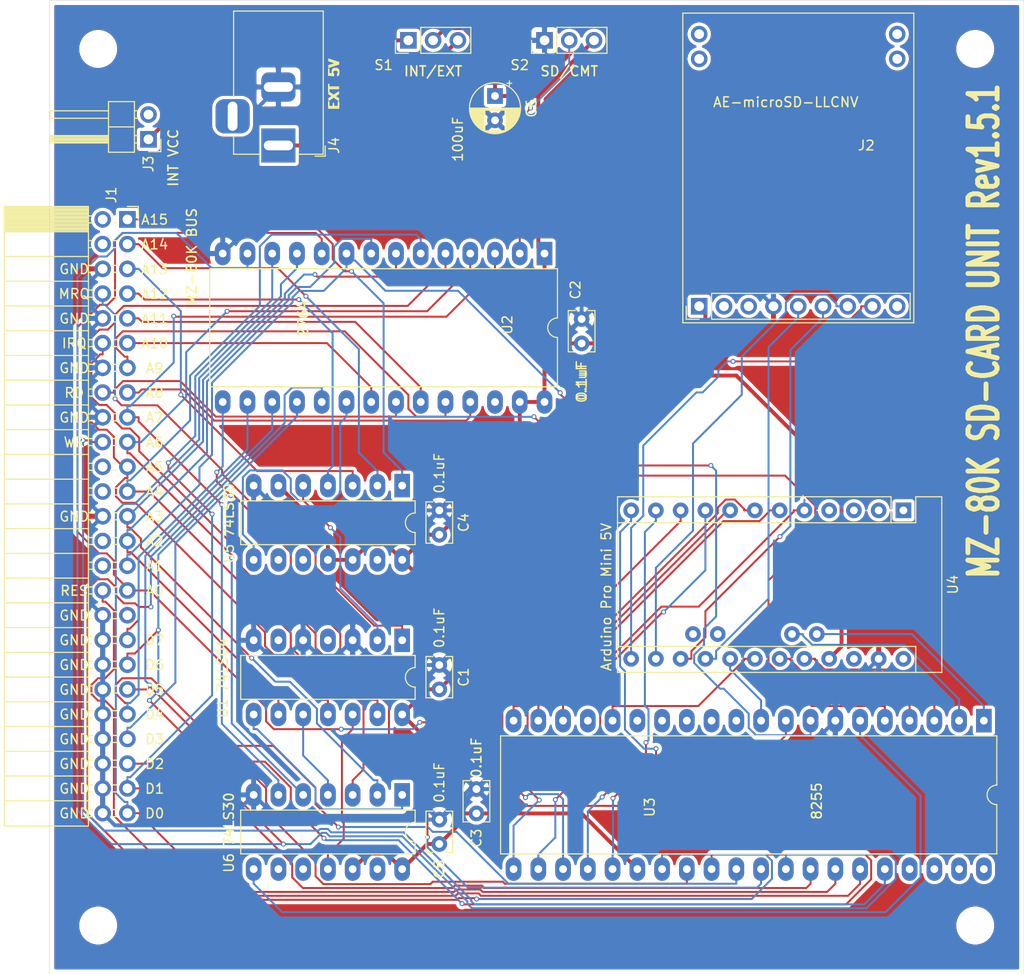
<source format=kicad_pcb>
(kicad_pcb (version 20171130) (host pcbnew "(5.1.9)-1")
  (layers (0 F.Cu signal) (31 B.Cu signal) (34 B.Paste user) (35 F.Paste user) (36 B.SilkS user hide) (37 F.SilkS user) (38 B.Mask user) (39 F.Mask user) (44 Edge.Cuts user))
  (net 0 "")
  (net 1 +5V)
  (net 2 GND)
  (net 3 "Net-(J1-Pad1)")
  (net 4 "Net-(J1-Pad3)")
  (net 5 "Net-(J1-Pad5)")
  (net 6 "Net-(J1-Pad7)")
  (net 7 "Net-(J1-Pad9)")
  (net 8 "Net-(J1-Pad11)")
  (net 9 "Net-(J1-Pad13)")
  (net 10 "Net-(J1-Pad15)")
  (net 11 "Net-(J1-Pad19)")
  (net 12 "Net-(J1-Pad20)")
  (net 13 "Net-(J1-Pad21)")
  (net 14 "Net-(J1-Pad23)")
  (net 15 "Net-(J1-Pad25)")
  (net 16 "Net-(J1-Pad27)")
  (net 17 "Net-(J1-Pad29)")
  (net 18 "Net-(J1-Pad31)")
  (net 19 "Net-(J1-Pad32)")
  (net 20 "Net-(J1-Pad35)")
  (net 21 "Net-(J1-Pad37)")
  (net 22 "Net-(J1-Pad39)")
  (net 23 "Net-(J1-Pad41)")
  (net 24 "Net-(J1-Pad43)")
  (net 25 "Net-(J1-Pad45)")
  (net 26 "Net-(J1-Pad47)")
  (net 27 "Net-(J1-Pad49)")
  (net 28 "Net-(J2-Pad5)")
  (net 29 "Net-(J2-Pad6)")
  (net 30 "Net-(J2-Pad7)")
  (net 31 "Net-(J2-Pad8)")
  (net 32 "Net-(J3-Pad1)")
  (net 33 "Net-(J4-Pad1)")
  (net 34 "Net-(S2-Pad2)")
  (net 35 "Net-(U3-Pad1)")
  (net 36 "Net-(U3-Pad2)")
  (net 37 "Net-(U3-Pad3)")
  (net 38 "Net-(U3-Pad4)")
  (net 39 "Net-(U3-Pad16)")
  (net 40 "Net-(J1-Pad8)")
  (net 41 "Net-(J1-Pad12)")
  (net 42 "Net-(J1-Pad16)")
  (net 43 "Net-(J1-Pad17)")
  (net 44 "Net-(U1-Pad2)")
  (net 45 "Net-(U1-Pad8)")
  (net 46 "Net-(U2-Pad20)")
  (net 47 "Net-(U3-Pad6)")
  (net 48 "Net-(U1-Pad12)")
  (net 49 "Net-(U1-Pad10)")
  (net 50 "Net-(U3-Pad21)")
  (net 51 "Net-(U3-Pad22)")
  (net 52 "Net-(U3-Pad23)")
  (net 53 "Net-(U3-Pad24)")
  (net 54 "Net-(U3-Pad25)")
  (net 55 "Net-(U3-Pad10)")
  (net 56 "Net-(U3-Pad18)")
  (net 57 "Net-(U3-Pad19)")
  (net 58 "Net-(U3-Pad20)")
  (module Connector_PinHeader_2.54mm:PinHeader_1x02_P2.54mm_Horizontal (layer F.Cu) (at 97.79 69.215 180)
    (fp_text reference J3 (at 0 -2.54 90) (layer F.SilkS))
    (fp_text value "INT VCC" (at -2.54 -1.905 90) (layer F.SilkS))
    (pad 1 thru_hole rect (at 0 0 180) (size 1.7 1.7) (drill 1) (layers *.Cu *.Mask) (net 32 "Net-(J3-Pad1)"))
    (pad 2 thru_hole oval (at 0 2.54 180) (size 1.7 1.7) (drill 1) (layers *.Cu *.Mask))
  )
  (module MZ80k_SD:AE-microSD-LLCNV (layer F.Cu) (at 174.625 86.36 270)
    (fp_text reference J2 (at -16.51 3.175) (layer F.SilkS))
    (fp_text value Micro_SD_Card_Kit hide)
    (fp_text user AE-microSD-LLCNV (at -20.955 11.43) (layer F.SilkS))
    (pad 1 thru_hole rect (at 0 20.32 90) (size 1.7 1.7) (drill 1) (layers *.Cu *.Mask) (net 1 +5V))
    (pad 2 thru_hole oval (at 0 17.78 90) (size 1.7 1.7) (drill 1) (layers *.Cu *.Mask))
    (pad 3 thru_hole oval (at 0 15.24 90) (size 1.7 1.7) (drill 1) (layers *.Cu *.Mask))
    (pad 4 thru_hole oval (at 0 12.7 90) (size 1.7 1.7) (drill 1) (layers *.Cu *.Mask) (net 2 GND))
    (pad 5 thru_hole oval (at 0 10.16 90) (size 1.7 1.7) (drill 1) (layers *.Cu *.Mask) (net 28 "Net-(J2-Pad5)"))
    (pad 6 thru_hole oval (at 0 7.62 90) (size 1.7 1.7) (drill 1) (layers *.Cu *.Mask) (net 29 "Net-(J2-Pad6)"))
    (pad 7 thru_hole oval (at 0 5.08 90) (size 1.7 1.7) (drill 1) (layers *.Cu *.Mask) (net 30 "Net-(J2-Pad7)"))
    (pad 8 thru_hole oval (at 0 2.54 90) (size 1.7 1.7) (drill 1) (layers *.Cu *.Mask) (net 31 "Net-(J2-Pad8)"))
    (pad 9 thru_hole oval (at 0 0 90) (size 1.7 1.7) (drill 1) (layers *.Cu *.Mask))
    (pad "" thru_hole oval (at -27.94 0 270) (size 1.7 1.7) (drill 1) (layers *.Cu *.Mask))
    (pad "" thru_hole oval (at -25.4 0 270) (size 1.7 1.7) (drill 1) (layers *.Cu *.Mask))
    (pad "" thru_hole oval (at -27.94 20.32 270) (size 1.7 1.7) (drill 1) (layers *.Cu *.Mask))
    (pad "" thru_hole oval (at -25.4 20.32 270) (size 1.7 1.7) (drill 1) (layers *.Cu *.Mask))
  )
  (module Capacitor_THT:C_Rect_L4.0mm_W2.5mm_P2.50mm (layer F.Cu) (at 131.445 138.43 90)
    (fp_text reference C3 (at -2.54 0 90) (layer F.SilkS))
    (fp_text value 0.1uF (at 5.715 0 90) (layer F.SilkS))
    (pad 1 thru_hole circle (at 0 0 90) (size 1.6 1.6) (drill 0.8) (layers *.Cu *.Mask) (net 1 +5V))
    (pad 2 thru_hole circle (at 2.5 0 90) (size 1.6 1.6) (drill 0.8) (layers *.Cu *.Mask) (net 2 GND))
  )
  (module Package_DIP:DIP-28_W15.24mm_LongPads (layer F.Cu) (at 138.43 80.945 270)
    (fp_text reference U2 hide)
    (fp_text value 2764 (at 6.685 24.765 90) (layer F.SilkS))
    (fp_text user %R (at 7.32 3.81 90) (layer F.SilkS))
    (pad 1 thru_hole rect (at 0 0 270) (size 2.4 1.6) (drill 0.8) (layers *.Cu *.Mask) (net 1 +5V))
    (pad 15 thru_hole oval (at 15.24 33.02 270) (size 2.4 1.6) (drill 0.8) (layers *.Cu *.Mask) (net 24 "Net-(J1-Pad43)"))
    (pad 2 thru_hole oval (at 0 2.54 270) (size 2.4 1.6) (drill 0.8) (layers *.Cu *.Mask) (net 34 "Net-(S2-Pad2)"))
    (pad 16 thru_hole oval (at 15.24 30.48 270) (size 2.4 1.6) (drill 0.8) (layers *.Cu *.Mask) (net 23 "Net-(J1-Pad41)"))
    (pad 3 thru_hole oval (at 0 5.08 270) (size 2.4 1.6) (drill 0.8) (layers *.Cu *.Mask) (net 43 "Net-(J1-Pad17)"))
    (pad 17 thru_hole oval (at 15.24 27.94 270) (size 2.4 1.6) (drill 0.8) (layers *.Cu *.Mask) (net 22 "Net-(J1-Pad39)"))
    (pad 4 thru_hole oval (at 0 7.62 270) (size 2.4 1.6) (drill 0.8) (layers *.Cu *.Mask) (net 11 "Net-(J1-Pad19)"))
    (pad 18 thru_hole oval (at 15.24 25.4 270) (size 2.4 1.6) (drill 0.8) (layers *.Cu *.Mask) (net 21 "Net-(J1-Pad37)"))
    (pad 5 thru_hole oval (at 0 10.16 270) (size 2.4 1.6) (drill 0.8) (layers *.Cu *.Mask) (net 13 "Net-(J1-Pad21)"))
    (pad 19 thru_hole oval (at 15.24 22.86 270) (size 2.4 1.6) (drill 0.8) (layers *.Cu *.Mask) (net 20 "Net-(J1-Pad35)"))
    (pad 6 thru_hole oval (at 0 12.7 270) (size 2.4 1.6) (drill 0.8) (layers *.Cu *.Mask) (net 14 "Net-(J1-Pad23)"))
    (pad 20 thru_hole oval (at 15.24 20.32 270) (size 2.4 1.6) (drill 0.8) (layers *.Cu *.Mask) (net 46 "Net-(U2-Pad20)"))
    (pad 7 thru_hole oval (at 0 15.24 270) (size 2.4 1.6) (drill 0.8) (layers *.Cu *.Mask) (net 15 "Net-(J1-Pad25)"))
    (pad 21 thru_hole oval (at 15.24 17.78 270) (size 2.4 1.6) (drill 0.8) (layers *.Cu *.Mask) (net 8 "Net-(J1-Pad11)"))
    (pad 8 thru_hole oval (at 0 17.78 270) (size 2.4 1.6) (drill 0.8) (layers *.Cu *.Mask) (net 16 "Net-(J1-Pad27)"))
    (pad 22 thru_hole oval (at 15.24 15.24 270) (size 2.4 1.6) (drill 0.8) (layers *.Cu *.Mask) (net 42 "Net-(J1-Pad16)"))
    (pad 9 thru_hole oval (at 0 20.32 270) (size 2.4 1.6) (drill 0.8) (layers *.Cu *.Mask) (net 17 "Net-(J1-Pad29)"))
    (pad 23 thru_hole oval (at 15.24 12.7 270) (size 2.4 1.6) (drill 0.8) (layers *.Cu *.Mask) (net 7 "Net-(J1-Pad9)"))
    (pad 10 thru_hole oval (at 0 22.86 270) (size 2.4 1.6) (drill 0.8) (layers *.Cu *.Mask) (net 18 "Net-(J1-Pad31)"))
    (pad 24 thru_hole oval (at 15.24 10.16 270) (size 2.4 1.6) (drill 0.8) (layers *.Cu *.Mask) (net 9 "Net-(J1-Pad13)"))
    (pad 11 thru_hole oval (at 0 25.4 270) (size 2.4 1.6) (drill 0.8) (layers *.Cu *.Mask) (net 27 "Net-(J1-Pad49)"))
    (pad 25 thru_hole oval (at 15.24 7.62 270) (size 2.4 1.6) (drill 0.8) (layers *.Cu *.Mask) (net 10 "Net-(J1-Pad15)"))
    (pad 12 thru_hole oval (at 0 27.94 270) (size 2.4 1.6) (drill 0.8) (layers *.Cu *.Mask) (net 26 "Net-(J1-Pad47)"))
    (pad 26 thru_hole oval (at 15.24 5.08 270) (size 2.4 1.6) (drill 0.8) (layers *.Cu *.Mask))
    (pad 13 thru_hole oval (at 0 30.48 270) (size 2.4 1.6) (drill 0.8) (layers *.Cu *.Mask) (net 25 "Net-(J1-Pad45)"))
    (pad 27 thru_hole oval (at 15.24 2.54 270) (size 2.4 1.6) (drill 0.8) (layers *.Cu *.Mask) (net 1 +5V))
    (pad 14 thru_hole oval (at 0 33.02 270) (size 2.4 1.6) (drill 0.8) (layers *.Cu *.Mask) (net 2 GND))
    (pad 28 thru_hole oval (at 15.24 0 270) (size 2.4 1.6) (drill 0.8) (layers *.Cu *.Mask) (net 1 +5V))
  )
  (module Connector_BarrelJack:BarrelJack_Horizontal (layer F.Cu) (at 111.125 69.85 270)
    (fp_text reference J4 (at 0 -5.715 90) (layer F.SilkS))
    (fp_text value "EXT 5V" (at -6.2 -5.715 90) (layer F.SilkS))
    (pad 1 thru_hole rect (at 0 0 270) (size 3.5 3.5) (drill oval 1 3) (layers *.Cu *.Mask) (net 33 "Net-(J4-Pad1)"))
    (pad 2 thru_hole roundrect (at -6 0 270) (size 3 3.5) (drill oval 1 3) (layers *.Cu *.Mask) (net 2 GND))
    (pad 3 thru_hole roundrect (at -3 4.7 270) (size 3.5 3.5) (drill oval 3 1) (layers *.Cu *.Mask))
  )
  (module Connector_PinSocket_2.54mm:PinSocket_2x25_P2.54mm_Horizontal (layer F.Cu) (at 95.63 77.44)
    (fp_text reference J1 hide)
    (fp_text value "MZ-80K BUS" (at 6.605 3.84 90) (layer F.SilkS))
    (fp_text user %R (at -1.65 -2.51 90) (layer F.SilkS))
    (pad 1 thru_hole rect (at 0 0) (size 1.7 1.7) (drill 1) (layers *.Cu *.Mask) (net 3 "Net-(J1-Pad1)"))
    (pad 2 thru_hole oval (at -2.54 0) (size 1.7 1.7) (drill 1) (layers *.Cu *.Mask))
    (pad 3 thru_hole oval (at 0 2.54) (size 1.7 1.7) (drill 1) (layers *.Cu *.Mask) (net 4 "Net-(J1-Pad3)"))
    (pad 4 thru_hole oval (at -2.54 2.54) (size 1.7 1.7) (drill 1) (layers *.Cu *.Mask))
    (pad 5 thru_hole oval (at 0 5.08) (size 1.7 1.7) (drill 1) (layers *.Cu *.Mask) (net 5 "Net-(J1-Pad5)"))
    (pad 6 thru_hole oval (at -2.54 5.08) (size 1.7 1.7) (drill 1) (layers *.Cu *.Mask) (net 2 GND))
    (pad 7 thru_hole oval (at 0 7.62) (size 1.7 1.7) (drill 1) (layers *.Cu *.Mask) (net 6 "Net-(J1-Pad7)"))
    (pad 8 thru_hole oval (at -2.54 7.62) (size 1.7 1.7) (drill 1) (layers *.Cu *.Mask) (net 40 "Net-(J1-Pad8)"))
    (pad 9 thru_hole oval (at 0 10.16) (size 1.7 1.7) (drill 1) (layers *.Cu *.Mask) (net 7 "Net-(J1-Pad9)"))
    (pad 10 thru_hole oval (at -2.54 10.16) (size 1.7 1.7) (drill 1) (layers *.Cu *.Mask) (net 2 GND))
    (pad 11 thru_hole oval (at 0 12.7) (size 1.7 1.7) (drill 1) (layers *.Cu *.Mask) (net 8 "Net-(J1-Pad11)"))
    (pad 12 thru_hole oval (at -2.54 12.7) (size 1.7 1.7) (drill 1) (layers *.Cu *.Mask) (net 41 "Net-(J1-Pad12)"))
    (pad 13 thru_hole oval (at 0 15.24) (size 1.7 1.7) (drill 1) (layers *.Cu *.Mask) (net 9 "Net-(J1-Pad13)"))
    (pad 14 thru_hole oval (at -2.54 15.24) (size 1.7 1.7) (drill 1) (layers *.Cu *.Mask) (net 2 GND))
    (pad 15 thru_hole oval (at 0 17.78) (size 1.7 1.7) (drill 1) (layers *.Cu *.Mask) (net 10 "Net-(J1-Pad15)"))
    (pad 16 thru_hole oval (at -2.54 17.78) (size 1.7 1.7) (drill 1) (layers *.Cu *.Mask) (net 42 "Net-(J1-Pad16)"))
    (pad 17 thru_hole oval (at 0 20.32) (size 1.7 1.7) (drill 1) (layers *.Cu *.Mask) (net 43 "Net-(J1-Pad17)"))
    (pad 18 thru_hole oval (at -2.54 20.32) (size 1.7 1.7) (drill 1) (layers *.Cu *.Mask) (net 2 GND))
    (pad 19 thru_hole oval (at 0 22.86) (size 1.7 1.7) (drill 1) (layers *.Cu *.Mask) (net 11 "Net-(J1-Pad19)"))
    (pad 20 thru_hole oval (at -2.54 22.86) (size 1.7 1.7) (drill 1) (layers *.Cu *.Mask) (net 12 "Net-(J1-Pad20)"))
    (pad 21 thru_hole oval (at 0 25.4) (size 1.7 1.7) (drill 1) (layers *.Cu *.Mask) (net 13 "Net-(J1-Pad21)"))
    (pad 22 thru_hole oval (at -2.54 25.4) (size 1.7 1.7) (drill 1) (layers *.Cu *.Mask))
    (pad 23 thru_hole oval (at 0 27.94) (size 1.7 1.7) (drill 1) (layers *.Cu *.Mask) (net 14 "Net-(J1-Pad23)"))
    (pad 24 thru_hole oval (at -2.54 27.94) (size 1.7 1.7) (drill 1) (layers *.Cu *.Mask))
    (pad 25 thru_hole oval (at 0 30.48) (size 1.7 1.7) (drill 1) (layers *.Cu *.Mask) (net 15 "Net-(J1-Pad25)"))
    (pad 26 thru_hole oval (at -2.54 30.48) (size 1.7 1.7) (drill 1) (layers *.Cu *.Mask) (net 2 GND))
    (pad 27 thru_hole oval (at 0 33.02) (size 1.7 1.7) (drill 1) (layers *.Cu *.Mask) (net 16 "Net-(J1-Pad27)"))
    (pad 28 thru_hole oval (at -2.54 33.02) (size 1.7 1.7) (drill 1) (layers *.Cu *.Mask))
    (pad 29 thru_hole oval (at 0 35.56) (size 1.7 1.7) (drill 1) (layers *.Cu *.Mask) (net 17 "Net-(J1-Pad29)"))
    (pad 30 thru_hole oval (at -2.54 35.56) (size 1.7 1.7) (drill 1) (layers *.Cu *.Mask))
    (pad 31 thru_hole oval (at 0 38.1) (size 1.7 1.7) (drill 1) (layers *.Cu *.Mask) (net 18 "Net-(J1-Pad31)"))
    (pad 32 thru_hole oval (at -2.54 38.1) (size 1.7 1.7) (drill 1) (layers *.Cu *.Mask) (net 19 "Net-(J1-Pad32)"))
    (pad 33 thru_hole oval (at 0 40.64) (size 1.7 1.7) (drill 1) (layers *.Cu *.Mask))
    (pad 34 thru_hole oval (at -2.54 40.64) (size 1.7 1.7) (drill 1) (layers *.Cu *.Mask) (net 2 GND))
    (pad 35 thru_hole oval (at 0 43.18) (size 1.7 1.7) (drill 1) (layers *.Cu *.Mask) (net 20 "Net-(J1-Pad35)"))
    (pad 36 thru_hole oval (at -2.54 43.18) (size 1.7 1.7) (drill 1) (layers *.Cu *.Mask) (net 2 GND))
    (pad 37 thru_hole oval (at 0 45.72) (size 1.7 1.7) (drill 1) (layers *.Cu *.Mask) (net 21 "Net-(J1-Pad37)"))
    (pad 38 thru_hole oval (at -2.54 45.72) (size 1.7 1.7) (drill 1) (layers *.Cu *.Mask) (net 2 GND))
    (pad 39 thru_hole oval (at 0 48.26) (size 1.7 1.7) (drill 1) (layers *.Cu *.Mask) (net 22 "Net-(J1-Pad39)"))
    (pad 40 thru_hole oval (at -2.54 48.26) (size 1.7 1.7) (drill 1) (layers *.Cu *.Mask) (net 2 GND))
    (pad 41 thru_hole oval (at 0 50.8) (size 1.7 1.7) (drill 1) (layers *.Cu *.Mask) (net 23 "Net-(J1-Pad41)"))
    (pad 42 thru_hole oval (at -2.54 50.8) (size 1.7 1.7) (drill 1) (layers *.Cu *.Mask) (net 2 GND))
    (pad 43 thru_hole oval (at 0 53.34) (size 1.7 1.7) (drill 1) (layers *.Cu *.Mask) (net 24 "Net-(J1-Pad43)"))
    (pad 44 thru_hole oval (at -2.54 53.34) (size 1.7 1.7) (drill 1) (layers *.Cu *.Mask) (net 2 GND))
    (pad 45 thru_hole oval (at 0 55.88) (size 1.7 1.7) (drill 1) (layers *.Cu *.Mask) (net 25 "Net-(J1-Pad45)"))
    (pad 46 thru_hole oval (at -2.54 55.88) (size 1.7 1.7) (drill 1) (layers *.Cu *.Mask) (net 2 GND))
    (pad 47 thru_hole oval (at 0 58.42) (size 1.7 1.7) (drill 1) (layers *.Cu *.Mask) (net 26 "Net-(J1-Pad47)"))
    (pad 48 thru_hole oval (at -2.54 58.42) (size 1.7 1.7) (drill 1) (layers *.Cu *.Mask) (net 2 GND))
    (pad 49 thru_hole oval (at 0 60.96) (size 1.7 1.7) (drill 1) (layers *.Cu *.Mask) (net 27 "Net-(J1-Pad49)"))
    (pad 50 thru_hole oval (at -2.54 60.96) (size 1.7 1.7) (drill 1) (layers *.Cu *.Mask) (net 2 GND))
  )
  (module Connector_PinHeader_2.54mm:PinHeader_1x03_P2.54mm_Vertical (layer F.Cu) (at 138.43 59.055 90)
    (fp_text reference S2 (at -2.54 -2.54 180) (layer F.SilkS))
    (fp_text value SD/CMT (at -3.175 2.54 180) (layer F.SilkS))
    (pad 3 thru_hole oval (at 0 5.08 90) (size 1.7 1.7) (drill 1) (layers *.Cu *.Mask) (net 1 +5V))
    (pad 2 thru_hole oval (at 0 2.54 90) (size 1.7 1.7) (drill 1) (layers *.Cu *.Mask) (net 34 "Net-(S2-Pad2)"))
    (pad 1 thru_hole rect (at 0 0 90) (size 1.7 1.7) (drill 1) (layers *.Cu *.Mask) (net 2 GND))
  )
  (module Package_DIP:DIP-40_W15.24mm_LongPads (layer F.Cu) (at 183.515 128.905 270)
    (fp_text reference U3 (at 8.89 34.29 90) (layer F.SilkS))
    (fp_text value 8255 (at 8.255 17.145 90) (layer F.SilkS))
    (pad 1 thru_hole rect (at 0 0 270) (size 2.4 1.6) (drill 0.8) (layers *.Cu *.Mask) (net 35 "Net-(U3-Pad1)"))
    (pad 21 thru_hole oval (at 15.24 48.26 270) (size 2.4 1.6) (drill 0.8) (layers *.Cu *.Mask) (net 50 "Net-(U3-Pad21)"))
    (pad 2 thru_hole oval (at 0 2.54 270) (size 2.4 1.6) (drill 0.8) (layers *.Cu *.Mask) (net 36 "Net-(U3-Pad2)"))
    (pad 22 thru_hole oval (at 15.24 45.72 270) (size 2.4 1.6) (drill 0.8) (layers *.Cu *.Mask) (net 51 "Net-(U3-Pad22)"))
    (pad 3 thru_hole oval (at 0 5.08 270) (size 2.4 1.6) (drill 0.8) (layers *.Cu *.Mask) (net 37 "Net-(U3-Pad3)"))
    (pad 23 thru_hole oval (at 15.24 43.18 270) (size 2.4 1.6) (drill 0.8) (layers *.Cu *.Mask) (net 52 "Net-(U3-Pad23)"))
    (pad 4 thru_hole oval (at 0 7.62 270) (size 2.4 1.6) (drill 0.8) (layers *.Cu *.Mask) (net 38 "Net-(U3-Pad4)"))
    (pad 24 thru_hole oval (at 15.24 40.64 270) (size 2.4 1.6) (drill 0.8) (layers *.Cu *.Mask) (net 53 "Net-(U3-Pad24)"))
    (pad 5 thru_hole oval (at 0 10.16 270) (size 2.4 1.6) (drill 0.8) (layers *.Cu *.Mask) (net 42 "Net-(J1-Pad16)"))
    (pad 25 thru_hole oval (at 15.24 38.1 270) (size 2.4 1.6) (drill 0.8) (layers *.Cu *.Mask) (net 54 "Net-(U3-Pad25)"))
    (pad 6 thru_hole oval (at 0 12.7 270) (size 2.4 1.6) (drill 0.8) (layers *.Cu *.Mask) (net 47 "Net-(U3-Pad6)"))
    (pad 26 thru_hole oval (at 15.24 35.56 270) (size 2.4 1.6) (drill 0.8) (layers *.Cu *.Mask) (net 1 +5V))
    (pad 7 thru_hole oval (at 0 15.24 270) (size 2.4 1.6) (drill 0.8) (layers *.Cu *.Mask) (net 2 GND))
    (pad 27 thru_hole oval (at 15.24 33.02 270) (size 2.4 1.6) (drill 0.8) (layers *.Cu *.Mask) (net 20 "Net-(J1-Pad35)"))
    (pad 8 thru_hole oval (at 0 17.78 270) (size 2.4 1.6) (drill 0.8) (layers *.Cu *.Mask) (net 17 "Net-(J1-Pad29)"))
    (pad 28 thru_hole oval (at 15.24 30.48 270) (size 2.4 1.6) (drill 0.8) (layers *.Cu *.Mask) (net 21 "Net-(J1-Pad37)"))
    (pad 9 thru_hole oval (at 0 20.32 270) (size 2.4 1.6) (drill 0.8) (layers *.Cu *.Mask) (net 18 "Net-(J1-Pad31)"))
    (pad 29 thru_hole oval (at 15.24 27.94 270) (size 2.4 1.6) (drill 0.8) (layers *.Cu *.Mask) (net 22 "Net-(J1-Pad39)"))
    (pad 10 thru_hole oval (at 0 22.86 270) (size 2.4 1.6) (drill 0.8) (layers *.Cu *.Mask) (net 55 "Net-(U3-Pad10)"))
    (pad 30 thru_hole oval (at 15.24 25.4 270) (size 2.4 1.6) (drill 0.8) (layers *.Cu *.Mask) (net 23 "Net-(J1-Pad41)"))
    (pad 11 thru_hole oval (at 0 25.4 270) (size 2.4 1.6) (drill 0.8) (layers *.Cu *.Mask))
    (pad 31 thru_hole oval (at 15.24 22.86 270) (size 2.4 1.6) (drill 0.8) (layers *.Cu *.Mask) (net 24 "Net-(J1-Pad43)"))
    (pad 12 thru_hole oval (at 0 27.94 270) (size 2.4 1.6) (drill 0.8) (layers *.Cu *.Mask))
    (pad 32 thru_hole oval (at 15.24 20.32 270) (size 2.4 1.6) (drill 0.8) (layers *.Cu *.Mask) (net 25 "Net-(J1-Pad45)"))
    (pad 13 thru_hole oval (at 0 30.48 270) (size 2.4 1.6) (drill 0.8) (layers *.Cu *.Mask))
    (pad 33 thru_hole oval (at 15.24 17.78 270) (size 2.4 1.6) (drill 0.8) (layers *.Cu *.Mask) (net 26 "Net-(J1-Pad47)"))
    (pad 14 thru_hole oval (at 0 33.02 270) (size 2.4 1.6) (drill 0.8) (layers *.Cu *.Mask))
    (pad 34 thru_hole oval (at 15.24 15.24 270) (size 2.4 1.6) (drill 0.8) (layers *.Cu *.Mask) (net 27 "Net-(J1-Pad49)"))
    (pad 15 thru_hole oval (at 0 35.56 270) (size 2.4 1.6) (drill 0.8) (layers *.Cu *.Mask))
    (pad 35 thru_hole oval (at 15.24 12.7 270) (size 2.4 1.6) (drill 0.8) (layers *.Cu *.Mask) (net 19 "Net-(J1-Pad32)"))
    (pad 16 thru_hole oval (at 0 38.1 270) (size 2.4 1.6) (drill 0.8) (layers *.Cu *.Mask) (net 39 "Net-(U3-Pad16)"))
    (pad 36 thru_hole oval (at 15.24 10.16 270) (size 2.4 1.6) (drill 0.8) (layers *.Cu *.Mask) (net 12 "Net-(J1-Pad20)"))
    (pad 17 thru_hole oval (at 0 40.64 270) (size 2.4 1.6) (drill 0.8) (layers *.Cu *.Mask))
    (pad 37 thru_hole oval (at 15.24 7.62 270) (size 2.4 1.6) (drill 0.8) (layers *.Cu *.Mask))
    (pad 18 thru_hole oval (at 0 43.18 270) (size 2.4 1.6) (drill 0.8) (layers *.Cu *.Mask) (net 56 "Net-(U3-Pad18)"))
    (pad 38 thru_hole oval (at 15.24 5.08 270) (size 2.4 1.6) (drill 0.8) (layers *.Cu *.Mask))
    (pad 19 thru_hole oval (at 0 45.72 270) (size 2.4 1.6) (drill 0.8) (layers *.Cu *.Mask) (net 57 "Net-(U3-Pad19)"))
    (pad 39 thru_hole oval (at 15.24 2.54 270) (size 2.4 1.6) (drill 0.8) (layers *.Cu *.Mask))
    (pad 20 thru_hole oval (at 0 48.26 270) (size 2.4 1.6) (drill 0.8) (layers *.Cu *.Mask) (net 58 "Net-(U3-Pad20)"))
    (pad 40 thru_hole oval (at 15.24 0 270) (size 2.4 1.6) (drill 0.8) (layers *.Cu *.Mask))
  )
  (module Connector_PinHeader_2.54mm:PinHeader_1x03_P2.54mm_Vertical (layer F.Cu) (at 124.46 59.055 90)
    (fp_text reference S1 (at -2.54 -2.54) (layer F.SilkS))
    (fp_text value INT/EXT (at -3.175 2.54) (layer F.SilkS))
    (pad 1 thru_hole rect (at 0 0 90) (size 1.7 1.7) (drill 1) (layers *.Cu *.Mask) (net 32 "Net-(J3-Pad1)"))
    (pad 2 thru_hole oval (at 0 2.54 90) (size 1.7 1.7) (drill 1) (layers *.Cu *.Mask) (net 1 +5V))
    (pad 3 thru_hole oval (at 0 5.08 90) (size 1.7 1.7) (drill 1) (layers *.Cu *.Mask) (net 33 "Net-(J4-Pad1)"))
  )
  (module Capacitor_THT:C_Rect_L4.0mm_W2.5mm_P2.50mm (layer F.Cu) (at 142.24 90.17 90)
    (fp_text reference C2 (at 5.49 -0.635 270) (layer F.SilkS))
    (fp_text value 0.1uF (at -4.035 0 270) (layer F.SilkS))
    (pad 1 thru_hole circle (at 0 0 90) (size 1.6 1.6) (drill 0.8) (layers *.Cu *.Mask) (net 1 +5V))
    (pad 2 thru_hole circle (at 2.5 0 90) (size 1.6 1.6) (drill 0.8) (layers *.Cu *.Mask) (net 2 GND))
  )
  (module MountingHole:MountingHole_3.2mm_M3 (layer F.Cu) (at 92.63 59.94)
    (fp_text reference MH4 hide)
    (fp_text value MountingHole_3.2mm_M3 hide)
    (pad 1 np_thru_hole circle (at 0 0) (size 3.2 3.2) (drill 3.2) (layers *.Cu *.Mask))
  )
  (module MountingHole:MountingHole_3.2mm_M3 (layer F.Cu) (at 182.63 59.94)
    (fp_text reference MH3 hide)
    (fp_text value MountingHole_3.2mm_M3 hide)
    (pad 1 np_thru_hole circle (at 0 0) (size 3.2 3.2) (drill 3.2) (layers *.Cu *.Mask))
  )
  (module MountingHole:MountingHole_3.2mm_M3 (layer F.Cu) (at 182.63 149.94)
    (fp_text reference MH2 hide)
    (fp_text value MountingHole_3.2mm_M3 hide)
    (pad 1 np_thru_hole circle (at 0 0) (size 3.2 3.2) (drill 3.2) (layers *.Cu *.Mask))
  )
  (module MountingHole:MountingHole_3.2mm_M3 (layer F.Cu) (at 92.63 149.94)
    (fp_text reference MH1 hide)
    (fp_text value MountingHole_3.2mm_M3 hide)
    (pad 1 np_thru_hole circle (at 0 0) (size 3.2 3.2) (drill 3.2) (layers *.Cu *.Mask))
  )
  (module Capacitor_THT:CP_Radial_D5.0mm_P2.50mm (layer F.Cu) (at 133.35 64.77 270)
    (fp_text reference C6 (at 1.25 -3.75 90) (layer F.SilkS))
    (fp_text value 100uF)
    (pad 1 thru_hole rect (at 0 0 270) (size 1.6 1.6) (drill 0.8) (layers *.Cu *.Mask) (net 1 +5V))
    (pad 2 thru_hole circle (at 2.5 0 270) (size 1.6 1.6) (drill 0.8) (layers *.Cu *.Mask) (net 2 GND))
  )
  (module MZ80k_SD:Arduino_Pro_Mini (layer F.Cu) (at 175.26 107.315 270)
    (fp_text reference U4 (at 7.62 -5.08 90) (layer F.SilkS))
    (fp_text value Arduino_Pro_Mini_5V)
    (pad 1 thru_hole rect (at 0 0 270) (size 1.6 1.6) (drill 0.8) (layers *.Cu *.Mask))
    (pad 2 thru_hole oval (at 0 2.54 270) (size 1.6 1.6) (drill 0.8) (layers *.Cu *.Mask))
    (pad 3 thru_hole oval (at 0 5.08 270) (size 1.6 1.6) (drill 0.8) (layers *.Cu *.Mask))
    (pad 13 thru_hole oval (at 15.24 27.94 270) (size 1.6 1.6) (drill 0.8) (layers *.Cu *.Mask) (net 31 "Net-(J2-Pad8)"))
    (pad 4 thru_hole oval (at 0 7.62 270) (size 1.6 1.6) (drill 0.8) (layers *.Cu *.Mask))
    (pad 14 thru_hole oval (at 15.24 25.4 270) (size 1.6 1.6) (drill 0.8) (layers *.Cu *.Mask) (net 30 "Net-(J2-Pad7)"))
    (pad 5 thru_hole oval (at 0 10.16 270) (size 1.6 1.6) (drill 0.8) (layers *.Cu *.Mask) (net 56 "Net-(U3-Pad18)"))
    (pad 15 thru_hole oval (at 15.24 22.86 270) (size 1.6 1.6) (drill 0.8) (layers *.Cu *.Mask) (net 29 "Net-(J2-Pad6)"))
    (pad 6 thru_hole oval (at 0 12.7 270) (size 1.6 1.6) (drill 0.8) (layers *.Cu *.Mask) (net 57 "Net-(U3-Pad19)"))
    (pad 16 thru_hole oval (at 15.24 20.32 270) (size 1.6 1.6) (drill 0.8) (layers *.Cu *.Mask) (net 28 "Net-(J2-Pad5)"))
    (pad 7 thru_hole oval (at 0 15.24 270) (size 1.6 1.6) (drill 0.8) (layers *.Cu *.Mask) (net 58 "Net-(U3-Pad20)"))
    (pad 17 thru_hole oval (at 15.24 17.78 270) (size 1.6 1.6) (drill 0.8) (layers *.Cu *.Mask) (net 55 "Net-(U3-Pad10)"))
    (pad 8 thru_hole oval (at 0 17.78 270) (size 1.6 1.6) (drill 0.8) (layers *.Cu *.Mask) (net 50 "Net-(U3-Pad21)"))
    (pad 18 thru_hole oval (at 15.24 15.24 270) (size 1.6 1.6) (drill 0.8) (layers *.Cu *.Mask) (net 39 "Net-(U3-Pad16)"))
    (pad 9 thru_hole oval (at 0 20.32 270) (size 1.6 1.6) (drill 0.8) (layers *.Cu *.Mask) (net 51 "Net-(U3-Pad22)"))
    (pad 19 thru_hole oval (at 15.24 12.7 270) (size 1.6 1.6) (drill 0.8) (layers *.Cu *.Mask) (net 38 "Net-(U3-Pad4)"))
    (pad 10 thru_hole oval (at 0 22.86 270) (size 1.6 1.6) (drill 0.8) (layers *.Cu *.Mask) (net 52 "Net-(U3-Pad23)"))
    (pad 20 thru_hole oval (at 15.24 10.16 270) (size 1.6 1.6) (drill 0.8) (layers *.Cu *.Mask) (net 37 "Net-(U3-Pad3)"))
    (pad 11 thru_hole oval (at 0 25.4 270) (size 1.6 1.6) (drill 0.8) (layers *.Cu *.Mask) (net 53 "Net-(U3-Pad24)"))
    (pad 21 thru_hole oval (at 15.24 7.62 270) (size 1.6 1.6) (drill 0.8) (layers *.Cu *.Mask) (net 1 +5V))
    (pad 12 thru_hole oval (at 0 27.94 270) (size 1.6 1.6) (drill 0.8) (layers *.Cu *.Mask) (net 54 "Net-(U3-Pad25)"))
    (pad 22 thru_hole oval (at 15.24 5.08 270) (size 1.6 1.6) (drill 0.8) (layers *.Cu *.Mask))
    (pad 23 thru_hole oval (at 15.24 2.54 270) (size 1.6 1.6) (drill 0.8) (layers *.Cu *.Mask) (net 2 GND))
    (pad 24 thru_hole oval (at 15.24 0 270) (size 1.6 1.6) (drill 0.8) (layers *.Cu *.Mask))
    (pad A5 thru_hole oval (at 12.7 8.89 270) (size 1.6 1.6) (drill 0.8) (layers *.Cu *.Mask) (net 35 "Net-(U3-Pad1)"))
    (pad A4 thru_hole oval (at 12.7 11.43 270) (size 1.6 1.6) (drill 0.8) (layers *.Cu *.Mask) (net 36 "Net-(U3-Pad2)"))
    (pad A7 thru_hole oval (at 12.7 19.05 270) (size 1.6 1.6) (drill 0.8) (layers *.Cu *.Mask))
    (pad A6 thru_hole oval (at 12.7 21.59 270) (size 1.6 1.6) (drill 0.8) (layers *.Cu *.Mask))
  )
  (module Capacitor_THT:C_Rect_L4.0mm_W2.5mm_P2.50mm (layer F.Cu) (at 127.635 123.19 270)
    (fp_text reference C1 (at 1.25 -2.5 90) (layer F.SilkS))
    (fp_text value 0.1uF)
    (pad 1 thru_hole circle (at 0 0 270) (size 1.6 1.6) (drill 0.8) (layers *.Cu *.Mask) (net 2 GND))
    (pad 2 thru_hole circle (at 2.5 0 270) (size 1.6 1.6) (drill 0.8) (layers *.Cu *.Mask) (net 1 +5V))
  )
  (module Capacitor_THT:C_Rect_L4.0mm_W2.5mm_P2.50mm (layer F.Cu) (at 127.635 107.315 270)
    (fp_text reference C4 (at 1.25 -2.5 90) (layer F.SilkS))
    (fp_text value 0.1uF)
    (pad 2 thru_hole circle (at 2.5 0 270) (size 1.6 1.6) (drill 0.8) (layers *.Cu *.Mask) (net 1 +5V))
    (pad 1 thru_hole circle (at 0 0 270) (size 1.6 1.6) (drill 0.8) (layers *.Cu *.Mask) (net 2 GND))
  )
  (module Capacitor_THT:C_Rect_L4.0mm_W2.5mm_P2.50mm (layer F.Cu) (at 127.635 139.065 270)
    (fp_text reference C5 (at 5.08 0 90) (layer F.SilkS))
    (fp_text value 0.1uF)
    (pad 1 thru_hole circle (at 0 0 270) (size 1.6 1.6) (drill 0.8) (layers *.Cu *.Mask) (net 2 GND))
    (pad 2 thru_hole circle (at 2.5 0 270) (size 1.6 1.6) (drill 0.8) (layers *.Cu *.Mask) (net 1 +5V))
  )
  (module Package_DIP:DIP-14_W7.62mm_LongPads (layer F.Cu) (at 123.825 120.65 270)
    (fp_text reference U1 (at 6.985 18.415 90) (layer F.SilkS))
    (fp_text value 74LS04 (at 2.54 18.415 90) (layer F.SilkS))
    (pad 14 thru_hole oval (at 7.62 0 270) (size 2.4 1.6) (drill 0.8) (layers *.Cu *.Mask) (net 1 +5V))
    (pad 7 thru_hole oval (at 0 15.24 270) (size 2.4 1.6) (drill 0.8) (layers *.Cu *.Mask) (net 2 GND))
    (pad 13 thru_hole oval (at 7.62 2.54 270) (size 2.4 1.6) (drill 0.8) (layers *.Cu *.Mask) (net 41 "Net-(J1-Pad12)"))
    (pad 6 thru_hole oval (at 0 12.7 270) (size 2.4 1.6) (drill 0.8) (layers *.Cu *.Mask))
    (pad 12 thru_hole oval (at 7.62 5.08 270) (size 2.4 1.6) (drill 0.8) (layers *.Cu *.Mask) (net 48 "Net-(U1-Pad12)"))
    (pad 5 thru_hole oval (at 0 10.16 270) (size 2.4 1.6) (drill 0.8) (layers *.Cu *.Mask) (net 2 GND))
    (pad 11 thru_hole oval (at 7.62 7.62 270) (size 2.4 1.6) (drill 0.8) (layers *.Cu *.Mask) (net 13 "Net-(J1-Pad21)"))
    (pad 4 thru_hole oval (at 0 7.62 270) (size 2.4 1.6) (drill 0.8) (layers *.Cu *.Mask))
    (pad 10 thru_hole oval (at 7.62 10.16 270) (size 2.4 1.6) (drill 0.8) (layers *.Cu *.Mask) (net 49 "Net-(U1-Pad10)"))
    (pad 3 thru_hole oval (at 0 5.08 270) (size 2.4 1.6) (drill 0.8) (layers *.Cu *.Mask) (net 2 GND))
    (pad 9 thru_hole oval (at 7.62 12.7 270) (size 2.4 1.6) (drill 0.8) (layers *.Cu *.Mask) (net 16 "Net-(J1-Pad27)"))
    (pad 2 thru_hole oval (at 0 2.54 270) (size 2.4 1.6) (drill 0.8) (layers *.Cu *.Mask) (net 44 "Net-(U1-Pad2)"))
    (pad 8 thru_hole oval (at 7.62 15.24 270) (size 2.4 1.6) (drill 0.8) (layers *.Cu *.Mask) (net 45 "Net-(U1-Pad8)"))
    (pad 1 thru_hole rect (at 0 0 270) (size 2.4 1.6) (drill 0.8) (layers *.Cu *.Mask) (net 40 "Net-(J1-Pad8)"))
  )
  (module Package_DIP:DIP-14_W7.62mm_LongPads (layer F.Cu) (at 123.825 104.775 270)
    (fp_text reference U5 (at 6.985 17.78 90) (layer F.SilkS))
    (fp_text value 74LS30 (at 2.54 17.78 90) (layer F.SilkS))
    (pad 1 thru_hole rect (at 0 0 270) (size 2.4 1.6) (drill 0.8) (layers *.Cu *.Mask) (net 3 "Net-(J1-Pad1)"))
    (pad 8 thru_hole oval (at 7.62 15.24 270) (size 2.4 1.6) (drill 0.8) (layers *.Cu *.Mask) (net 46 "Net-(U2-Pad20)"))
    (pad 2 thru_hole oval (at 0 2.54 270) (size 2.4 1.6) (drill 0.8) (layers *.Cu *.Mask) (net 4 "Net-(J1-Pad3)"))
    (pad 9 thru_hole oval (at 7.62 12.7 270) (size 2.4 1.6) (drill 0.8) (layers *.Cu *.Mask))
    (pad 3 thru_hole oval (at 0 5.08 270) (size 2.4 1.6) (drill 0.8) (layers *.Cu *.Mask) (net 5 "Net-(J1-Pad5)"))
    (pad 10 thru_hole oval (at 7.62 10.16 270) (size 2.4 1.6) (drill 0.8) (layers *.Cu *.Mask))
    (pad 4 thru_hole oval (at 0 7.62 270) (size 2.4 1.6) (drill 0.8) (layers *.Cu *.Mask) (net 6 "Net-(J1-Pad7)"))
    (pad 11 thru_hole oval (at 7.62 7.62 270) (size 2.4 1.6) (drill 0.8) (layers *.Cu *.Mask) (net 1 +5V))
    (pad 5 thru_hole oval (at 0 10.16 270) (size 2.4 1.6) (drill 0.8) (layers *.Cu *.Mask) (net 44 "Net-(U1-Pad2)"))
    (pad 12 thru_hole oval (at 7.62 5.08 270) (size 2.4 1.6) (drill 0.8) (layers *.Cu *.Mask) (net 1 +5V))
    (pad 6 thru_hole oval (at 0 12.7 270) (size 2.4 1.6) (drill 0.8) (layers *.Cu *.Mask) (net 1 +5V))
    (pad 13 thru_hole oval (at 7.62 2.54 270) (size 2.4 1.6) (drill 0.8) (layers *.Cu *.Mask))
    (pad 7 thru_hole oval (at 0 15.24 270) (size 2.4 1.6) (drill 0.8) (layers *.Cu *.Mask) (net 2 GND))
    (pad 14 thru_hole oval (at 7.62 0 270) (size 2.4 1.6) (drill 0.8) (layers *.Cu *.Mask) (net 1 +5V))
  )
  (module Package_DIP:DIP-14_W7.62mm_LongPads (layer F.Cu) (at 123.825 136.525 270)
    (fp_text reference U6 (at 6.985 17.78 90) (layer F.SilkS))
    (fp_text value 74LS30 (at 2.54 17.78 90) (layer F.SilkS))
    (pad 1 thru_hole rect (at 0 0 270) (size 2.4 1.6) (drill 0.8) (layers *.Cu *.Mask) (net 45 "Net-(U1-Pad8)"))
    (pad 8 thru_hole oval (at 7.62 15.24 270) (size 2.4 1.6) (drill 0.8) (layers *.Cu *.Mask) (net 47 "Net-(U3-Pad6)"))
    (pad 2 thru_hole oval (at 0 2.54 270) (size 2.4 1.6) (drill 0.8) (layers *.Cu *.Mask) (net 15 "Net-(J1-Pad25)"))
    (pad 9 thru_hole oval (at 7.62 12.7 270) (size 2.4 1.6) (drill 0.8) (layers *.Cu *.Mask))
    (pad 3 thru_hole oval (at 0 5.08 270) (size 2.4 1.6) (drill 0.8) (layers *.Cu *.Mask) (net 14 "Net-(J1-Pad23)"))
    (pad 10 thru_hole oval (at 7.62 10.16 270) (size 2.4 1.6) (drill 0.8) (layers *.Cu *.Mask))
    (pad 4 thru_hole oval (at 0 7.62 270) (size 2.4 1.6) (drill 0.8) (layers *.Cu *.Mask) (net 49 "Net-(U1-Pad10)"))
    (pad 11 thru_hole oval (at 7.62 7.62 270) (size 2.4 1.6) (drill 0.8) (layers *.Cu *.Mask) (net 48 "Net-(U1-Pad12)"))
    (pad 5 thru_hole oval (at 0 10.16 270) (size 2.4 1.6) (drill 0.8) (layers *.Cu *.Mask) (net 11 "Net-(J1-Pad19)"))
    (pad 12 thru_hole oval (at 7.62 5.08 270) (size 2.4 1.6) (drill 0.8) (layers *.Cu *.Mask) (net 1 +5V))
    (pad 6 thru_hole oval (at 0 12.7 270) (size 2.4 1.6) (drill 0.8) (layers *.Cu *.Mask) (net 43 "Net-(J1-Pad17)"))
    (pad 13 thru_hole oval (at 7.62 2.54 270) (size 2.4 1.6) (drill 0.8) (layers *.Cu *.Mask))
    (pad 7 thru_hole oval (at 0 15.24 270) (size 2.4 1.6) (drill 0.8) (layers *.Cu *.Mask) (net 2 GND))
    (pad 14 thru_hole oval (at 7.62 0 270) (size 2.4 1.6) (drill 0.8) (layers *.Cu *.Mask) (net 1 +5V))
  )
  (gr_text 74LS04 (at 105.41 123.19 90) (layer F.SilkS) (effects (font (size 1 1))))
  (gr_text 74LS30 (at 106.045 107.315 90) (layer F.SilkS) (effects (font (size 1 1))))
  (gr_text 74LS30 (at 106.045 139.065 90) (layer F.SilkS) (effects (font (size 1 1))))
  (gr_text 0.1uF (at 127.635 119.38 90) (layer F.SilkS) (effects (font (size 1 1))))
  (gr_text 0.1uF (at 127.635 103.505 90) (layer F.SilkS) (effects (font (size 1 1))))
  (gr_text 0.1uF (at 127.635 135.255 90) (layer F.SilkS) (effects (font (size 1 1))))
  (gr_text GND (at 90.17 82.55) (layer F.SilkS) (effects (font (size 1 1))))
  (gr_text GND (at 90.17 87.63) (layer F.SilkS) (effects (font (size 1 1))))
  (gr_text GND (at 90.17 92.71) (layer F.SilkS) (effects (font (size 1 1))))
  (gr_text GND (at 90.17 97.79) (layer F.SilkS) (effects (font (size 1 1))))
  (gr_text GND (at 90.17 107.95) (layer F.SilkS) (effects (font (size 1 1))))
  (gr_text GND (at 90.17 138.43) (layer F.SilkS) (effects (font (size 1 1))))
  (gr_text GND (at 90.17 135.89) (layer F.SilkS) (effects (font (size 1 1))))
  (gr_text GND (at 90.17 133.35) (layer F.SilkS) (effects (font (size 1 1))))
  (gr_text GND (at 90.17 130.81) (layer F.SilkS) (effects (font (size 1 1))))
  (gr_text GND (at 90.17 128.27) (layer F.SilkS) (effects (font (size 1 1))))
  (gr_text GND (at 90.17 125.73) (layer F.SilkS) (effects (font (size 1 1))))
  (gr_text GND (at 90.17 123.19) (layer F.SilkS) (effects (font (size 1 1))))
  (gr_text GND (at 90.17 120.65) (layer F.SilkS) (effects (font (size 1 1))))
  (gr_text 8255 (at 166.37 137.16 90) (layer F.SilkS) (effects (font (size 1 1))))
  (gr_text 0.1uF (at 131.445 132.715 90) (layer F.SilkS) (effects (font (size 1 1))))
  (gr_text "Arduino Pro Mini 5V" (at 144.78 116.205 90) (layer F.SilkS) (effects (font (size 1 1))))
  (gr_text 0.1uF (at 142.24 93.98 90) (layer F.SilkS) (effects (font (size 1 1))))
  (gr_text 2764 (at 113.665 87.63 90) (layer F.SilkS) (effects (font (size 1 1))))
  (gr_text "MZ-80K BUS" (at 102.235 81.28 90) (layer F.SilkS) (effects (font (size 1 1))))
  (gr_text "INT VCC" (at 100.33 71.12 90) (layer F.SilkS) (effects (font (size 1 1))))
  (gr_text "EXT 5V" (at 116.84 63.5 90) (layer F.SilkS) (effects (font (size 1 1))))
  (gr_text 100uF (at 129.54 69.215 90) (layer F.SilkS) (effects (font (size 1 1))))
  (gr_text SD/CMT (at 140.97 62.23) (layer F.SilkS) (effects (font (size 1 1))))
  (gr_text INT/EXT (at 127 62.23) (layer F.SilkS) (effects (font (size 1 1))))
  (gr_text WR (at 90.17 100.33) (layer F.SilkS) (effects (font (size 1 1))))
  (gr_text RD (at 90.17 95.25) (layer F.SilkS) (effects (font (size 1 1))))
  (gr_text IRQ (at 90.17 90.17) (layer F.SilkS) (effects (font (size 1 1))))
  (gr_text MRQ (at 90.17 85.09) (layer F.SilkS) (effects (font (size 1 1))))
  (gr_text RES (at 90.17 115.57) (layer F.SilkS) (effects (font (size 1 1))))
  (gr_text GND (at 90.17 118.11) (layer F.SilkS) (effects (font (size 1 1))))
  (gr_text D0 (at 98.425 138.43) (layer F.SilkS) (effects (font (size 1 1))))
  (gr_text D1 (at 98.425 135.89) (layer F.SilkS) (effects (font (size 1 1))))
  (gr_text D2 (at 98.425 133.35) (layer F.SilkS) (effects (font (size 1 1))))
  (gr_text D3 (at 98.425 130.81) (layer F.SilkS) (effects (font (size 1 1))))
  (gr_text D4 (at 98.425 128.27) (layer F.SilkS) (effects (font (size 1 1))))
  (gr_text D5 (at 98.425 125.73) (layer F.SilkS) (effects (font (size 1 1))))
  (gr_text D6 (at 98.425 123.19) (layer F.SilkS) (effects (font (size 1 1))))
  (gr_text D7 (at 98.425 120.65) (layer F.SilkS) (effects (font (size 1 1))))
  (gr_text A0 (at 98.425 115.57) (layer F.SilkS) (effects (font (size 1 1))))
  (gr_text A1 (at 98.425 113.03) (layer F.SilkS) (effects (font (size 1 1))))
  (gr_text A2 (at 98.425 110.49) (layer F.SilkS) (effects (font (size 1 1))))
  (gr_text A3 (at 98.425 107.95) (layer F.SilkS) (effects (font (size 1 1))))
  (gr_text A4 (at 98.425 105.41) (layer F.SilkS) (effects (font (size 1 1))))
  (gr_text A5 (at 98.425 102.87) (layer F.SilkS) (effects (font (size 1 1))))
  (gr_text A6 (at 98.425 100.33) (layer F.SilkS) (effects (font (size 1 1))))
  (gr_text A7 (at 98.425 97.79) (layer F.SilkS) (effects (font (size 1 1))))
  (gr_text A8 (at 98.425 95.25) (layer F.SilkS) (effects (font (size 1 1))))
  (gr_text A9 (at 98.425 92.71) (layer F.SilkS) (effects (font (size 1 1))))
  (gr_text A10 (at 98.425 90.17) (layer F.SilkS) (effects (font (size 1 1))))
  (gr_text A11 (at 98.425 87.63) (layer F.SilkS) (effects (font (size 1 1))))
  (gr_text A12 (at 98.425 85.09) (layer F.SilkS) (effects (font (size 1 1))))
  (gr_text A13 (at 98.425 82.55) (layer F.SilkS) (effects (font (size 1 1))))
  (gr_text A14 (at 98.425 80.01) (layer F.SilkS) (effects (font (size 1 1))))
  (gr_text A15 (at 98.425 77.47) (layer F.SilkS) (effects (font (size 1 1))))
  (gr_text "MZ-80K SD-CARD UNIT Rev1.5.1" (at 183.515 88.9 90) (layer F.SilkS) (effects (font (size 3 2) (thickness 0.5))))
  (gr_line (start 87.63 54.94) (end 87.63 154.94) (layer Edge.Cuts) (width 0.05))
  (gr_line (start 187.63 154.94) (end 187.63 54.94) (layer Edge.Cuts) (width 0.05))
  (gr_line (start 87.63 154.94) (end 187.63 154.94) (layer Edge.Cuts) (width 0.05))
  (gr_line (start 187.63 54.94) (end 87.63 54.94) (layer Edge.Cuts) (width 0.05))
  (segment (start 149.86 93.472) (end 152.4 93.472) (width 0.4) (layer F.Cu) (net 1))
  (segment (start 147.32 93.472) (end 149.86 93.472) (width 0.4) (layer F.Cu) (net 1))
  (segment (start 152.4 93.472) (end 154.813 93.472) (width 0.4) (layer F.Cu) (net 1))
  (segment (start 154.813 93.472) (end 154.94 93.345) (width 0.4) (layer F.Cu) (net 1))
  (segment (start 138.43 90.17) (end 138.43 96.185) (width 0.4) (layer F.Cu) (net 1))
  (segment (start 142.24 90.17) (end 138.43 90.17) (width 0.4) (layer F.Cu) (net 1))
  (segment (start 123.825 144.145) (end 122.225 142.545) (width 0.4) (layer F.Cu) (net 1))
  (segment (start 122.225 142.545) (end 120.345 142.545) (width 0.4) (layer F.Cu) (net 1))
  (segment (start 120.345 142.545) (end 118.745 144.145) (width 0.4) (layer F.Cu) (net 1))
  (segment (start 127.635 141.565) (end 126.405 141.565) (width 0.4) (layer F.Cu) (net 1))
  (segment (start 126.405 141.565) (end 123.825 144.145) (width 0.4) (layer F.Cu) (net 1))
  (segment (start 131.445 138.43) (end 142.24 138.43) (width 0.4) (layer F.Cu) (net 1))
  (segment (start 142.24 138.43) (end 147.955 144.145) (width 0.4) (layer F.Cu) (net 1))
  (segment (start 123.825 128.27) (end 129.54 133.985) (width 0.4) (layer F.Cu) (net 1))
  (segment (start 129.54 133.985) (end 129.54 139.065) (width 0.4) (layer F.Cu) (net 1))
  (segment (start 129.54 139.065) (end 129.54 139.66) (width 0.4) (layer F.Cu) (net 1))
  (segment (start 129.54 139.66) (end 127.635 141.565) (width 0.4) (layer F.Cu) (net 1))
  (segment (start 131.445 138.43) (end 130.175 138.43) (width 0.4) (layer F.Cu) (net 1))
  (segment (start 130.175 138.43) (end 129.54 139.065) (width 0.4) (layer F.Cu) (net 1))
  (segment (start 127.635 125.69) (end 126.405 125.69) (width 0.4) (layer F.Cu) (net 1))
  (segment (start 126.405 125.69) (end 123.825 128.27) (width 0.4) (layer F.Cu) (net 1))
  (segment (start 123.825 112.395) (end 129.54 118.11) (width 0.4) (layer F.Cu) (net 1))
  (segment (start 129.54 118.11) (end 129.54 123.785) (width 0.4) (layer F.Cu) (net 1))
  (segment (start 129.54 123.785) (end 127.635 125.69) (width 0.4) (layer F.Cu) (net 1))
  (segment (start 116.205 112.395) (end 116.205 109.855) (width 0.4) (layer F.Cu) (net 1))
  (segment (start 116.205 109.855) (end 111.125 104.775) (width 0.4) (layer F.Cu) (net 1))
  (segment (start 118.745 112.395) (end 116.205 112.395) (width 0.4) (layer F.Cu) (net 1))
  (segment (start 123.825 112.395) (end 122.225 110.795) (width 0.4) (layer F.Cu) (net 1))
  (segment (start 122.225 110.795) (end 120.345 110.795) (width 0.4) (layer F.Cu) (net 1))
  (segment (start 120.345 110.795) (end 118.745 112.395) (width 0.4) (layer F.Cu) (net 1))
  (segment (start 127.635 109.815) (end 126.405 109.815) (width 0.4) (layer F.Cu) (net 1))
  (segment (start 126.405 109.815) (end 123.825 112.395) (width 0.4) (layer F.Cu) (net 1))
  (segment (start 135.89 96.185) (end 135.89 101.56) (width 0.4) (layer F.Cu) (net 1))
  (segment (start 135.89 101.56) (end 127.635 109.815) (width 0.4) (layer F.Cu) (net 1))
  (segment (start 138.43 96.185) (end 135.89 96.185) (width 0.4) (layer F.Cu) (net 1))
  (segment (start 168.91 121.285) (end 167.64 122.555) (width 0.4) (layer F.Cu) (net 1))
  (segment (start 154.94 93.345) (end 154.94 86.995) (width 0.4) (layer F.Cu) (net 1))
  (segment (start 154.94 86.995) (end 154.305 86.36) (width 0.4) (layer F.Cu) (net 1))
  (segment (start 142.24 90.17) (end 144.018 90.17) (width 0.4) (layer F.Cu) (net 1))
  (segment (start 144.018 90.17) (end 147.32 93.472) (width 0.4) (layer F.Cu) (net 1))
  (segment (start 138.43 80.945) (end 138.43 90.17) (width 0.4) (layer F.Cu) (net 1))
  (segment (start 137.795 64.77) (end 137.795 80.31) (width 0.4) (layer F.Cu) (net 1))
  (segment (start 137.795 80.31) (end 138.43 80.945) (width 0.4) (layer F.Cu) (net 1))
  (segment (start 133.35 64.77) (end 137.795 64.77) (width 0.4) (layer F.Cu) (net 1))
  (segment (start 137.795 64.77) (end 143.51 59.055) (width 0.4) (layer F.Cu) (net 1))
  (segment (start 127 59.055) (end 128.25 57.805) (width 0.4) (layer F.Cu) (net 1))
  (segment (start 128.25 57.805) (end 130.14 57.805) (width 0.4) (layer F.Cu) (net 1))
  (segment (start 130.14 57.805) (end 133.35 61.015) (width 0.4) (layer F.Cu) (net 1))
  (segment (start 133.35 61.015) (end 133.35 64.77) (width 0.4) (layer F.Cu) (net 1))
  (segment (start 168.91 104.268998) (end 168.91 121.285) (width 0.4) (layer F.Cu) (net 1))
  (segment (start 158.113002 93.472) (end 168.91 104.268998) (width 0.4) (layer F.Cu) (net 1))
  (segment (start 154.813 93.472) (end 158.113002 93.472) (width 0.4) (layer F.Cu) (net 1))
  (segment (start 93.09 120.62) (end 93.09 123.16) (width 0.4) (layer B.Cu) (net 2))
  (segment (start 93.09 118.08) (end 93.09 120.62) (width 0.4) (layer B.Cu) (net 2))
  (segment (start 93.09 123.16) (end 93.09 125.7) (width 0.4) (layer B.Cu) (net 2))
  (segment (start 93.09 125.7) (end 93.09 128.24) (width 0.4) (layer B.Cu) (net 2))
  (segment (start 93.09 128.24) (end 93.09 130.78) (width 0.4) (layer B.Cu) (net 2))
  (segment (start 93.09 130.78) (end 93.09 133.32) (width 0.4) (layer B.Cu) (net 2))
  (segment (start 93.09 133.32) (end 93.09 135.86) (width 0.4) (layer B.Cu) (net 2))
  (segment (start 93.09 135.86) (end 93.09 138.4) (width 0.4) (layer B.Cu) (net 2))
  (segment (start 93.09 138.4) (end 94.34 139.65) (width 0.4) (layer B.Cu) (net 2))
  (segment (start 94.34 139.65) (end 105.46 139.65) (width 0.4) (layer B.Cu) (net 2))
  (segment (start 105.46 139.65) (end 108.585 136.525) (width 0.4) (layer B.Cu) (net 2))
  (segment (start 168.275 128.905) (end 168.275 127) (width 0.4) (layer B.Cu) (net 2))
  (segment (start 168.275 127) (end 172.72 122.555) (width 0.4) (layer B.Cu) (net 2))
  (segment (start 131.445 135.93) (end 161.25 135.93) (width 0.4) (layer B.Cu) (net 2))
  (segment (start 161.25 135.93) (end 168.275 128.905) (width 0.4) (layer B.Cu) (net 2))
  (segment (start 127.635 139.065) (end 130.77 135.93) (width 0.4) (layer B.Cu) (net 2))
  (segment (start 130.77 135.93) (end 131.445 135.93) (width 0.4) (layer B.Cu) (net 2))
  (segment (start 127.635 139.065) (end 111.125 139.065) (width 0.4) (layer B.Cu) (net 2))
  (segment (start 111.125 139.065) (end 108.585 136.525) (width 0.4) (layer B.Cu) (net 2))
  (segment (start 127.635 123.19) (end 126.435 124.39) (width 0.4) (layer B.Cu) (net 2))
  (segment (start 126.435 124.39) (end 126.435 137.865) (width 0.4) (layer B.Cu) (net 2))
  (segment (start 126.435 137.865) (end 127.635 139.065) (width 0.4) (layer B.Cu) (net 2))
  (segment (start 113.665 120.65) (end 112.065 122.25) (width 0.4) (layer B.Cu) (net 2))
  (segment (start 112.065 122.25) (end 110.185 122.25) (width 0.4) (layer B.Cu) (net 2))
  (segment (start 110.185 122.25) (end 108.585 120.65) (width 0.4) (layer B.Cu) (net 2))
  (segment (start 118.745 120.65) (end 117.145 122.25) (width 0.4) (layer B.Cu) (net 2))
  (segment (start 117.145 122.25) (end 115.265 122.25) (width 0.4) (layer B.Cu) (net 2))
  (segment (start 115.265 122.25) (end 113.665 120.65) (width 0.4) (layer B.Cu) (net 2))
  (segment (start 127.635 123.19) (end 121.285 123.19) (width 0.4) (layer B.Cu) (net 2))
  (segment (start 121.285 123.19) (end 118.745 120.65) (width 0.4) (layer B.Cu) (net 2))
  (segment (start 127.635 107.315) (end 126.435 108.515) (width 0.4) (layer B.Cu) (net 2))
  (segment (start 126.435 108.515) (end 126.435 121.99) (width 0.4) (layer B.Cu) (net 2))
  (segment (start 126.435 121.99) (end 127.635 123.19) (width 0.4) (layer B.Cu) (net 2))
  (segment (start 127.635 107.315) (end 111.125 107.315) (width 0.4) (layer B.Cu) (net 2))
  (segment (start 111.125 107.315) (end 108.585 104.775) (width 0.4) (layer B.Cu) (net 2))
  (segment (start 142.24 87.67) (end 141.04 88.87) (width 0.4) (layer B.Cu) (net 2))
  (segment (start 141.04 88.87) (end 141.04 95.6721) (width 0.4) (layer B.Cu) (net 2))
  (segment (start 141.04 95.6721) (end 129.397 107.315) (width 0.4) (layer B.Cu) (net 2))
  (segment (start 129.397 107.315) (end 127.635 107.315) (width 0.4) (layer B.Cu) (net 2))
  (segment (start 133.35 67.27) (end 142.24 76.16) (width 0.4) (layer B.Cu) (net 2))
  (segment (start 142.24 76.16) (end 142.24 83.185) (width 0.4) (layer B.Cu) (net 2))
  (segment (start 142.24 83.185) (end 142.24 87.67) (width 0.4) (layer B.Cu) (net 2))
  (segment (start 161.925 86.36) (end 158.75 83.185) (width 0.4) (layer B.Cu) (net 2))
  (segment (start 158.75 83.185) (end 142.24 83.185) (width 0.4) (layer B.Cu) (net 2))
  (segment (start 93.09 107.92) (end 91.84 109.17) (width 0.4) (layer B.Cu) (net 2))
  (segment (start 91.84 109.17) (end 91.84 116.83) (width 0.4) (layer B.Cu) (net 2))
  (segment (start 91.84 116.83) (end 93.09 118.08) (width 0.4) (layer B.Cu) (net 2))
  (segment (start 93.09 97.76) (end 91.84 99.01) (width 0.4) (layer B.Cu) (net 2))
  (segment (start 91.84 99.01) (end 91.84 106.67) (width 0.4) (layer B.Cu) (net 2))
  (segment (start 91.84 106.67) (end 93.09 107.92) (width 0.4) (layer B.Cu) (net 2))
  (segment (start 93.09 92.68) (end 91.84 93.93) (width 0.4) (layer B.Cu) (net 2))
  (segment (start 91.84 93.93) (end 91.84 96.51) (width 0.4) (layer B.Cu) (net 2))
  (segment (start 91.84 96.51) (end 93.09 97.76) (width 0.4) (layer B.Cu) (net 2))
  (segment (start 93.09 87.6) (end 91.84 88.85) (width 0.4) (layer B.Cu) (net 2))
  (segment (start 91.84 88.85) (end 91.84 91.43) (width 0.4) (layer B.Cu) (net 2))
  (segment (start 91.84 91.43) (end 93.09 92.68) (width 0.4) (layer B.Cu) (net 2))
  (segment (start 93.09 82.52) (end 91.84 83.77) (width 0.4) (layer B.Cu) (net 2))
  (segment (start 91.84 83.77) (end 91.84 86.35) (width 0.4) (layer B.Cu) (net 2))
  (segment (start 91.84 86.35) (end 93.09 87.6) (width 0.4) (layer B.Cu) (net 2))
  (segment (start 111.125 63.85) (end 108.975 66) (width 0.4) (layer B.Cu) (net 2))
  (segment (start 108.975 66) (end 108.975 77.38) (width 0.4) (layer B.Cu) (net 2))
  (segment (start 108.975 77.38) (end 105.41 80.945) (width 0.4) (layer B.Cu) (net 2))
  (segment (start 133.35 67.27) (end 138.43 62.19) (width 0.4) (layer B.Cu) (net 2))
  (segment (start 138.43 62.19) (end 138.43 59.055) (width 0.4) (layer B.Cu) (net 2))
  (segment (start 111.125 63.85) (end 129.93 63.85) (width 0.4) (layer B.Cu) (net 2))
  (segment (start 129.93 63.85) (end 133.35 67.27) (width 0.4) (layer B.Cu) (net 2))
  (segment (start 123.825 104.775) (end 123.825 103.2747) (width 0.2) (layer B.Cu) (net 3))
  (segment (start 123.825 103.2747) (end 121.92 101.3697) (width 0.2) (layer B.Cu) (net 3))
  (segment (start 121.92 101.3697) (end 121.92 86.0593) (width 0.2) (layer B.Cu) (net 3))
  (segment (start 121.92 86.0593) (end 118.6279 82.7672) (width 0.2) (layer B.Cu) (net 3))
  (segment (start 95.63 77.44) (end 114.1615 77.44) (width 0.2) (layer F.Cu) (net 3))
  (segment (start 114.1615 77.44) (end 116.6984 79.9769) (width 0.2) (layer F.Cu) (net 3))
  (segment (start 116.6984 79.9769) (end 116.6984 81.5411) (width 0.2) (layer F.Cu) (net 3))
  (segment (start 116.6984 81.5411) (end 117.9245 82.7672) (width 0.2) (layer F.Cu) (net 3))
  (segment (start 117.9245 82.7672) (end 118.6279 82.7672) (width 0.2) (layer F.Cu) (net 3))
  (via (at 118.6279 82.7672) (size 0.5) (layers F.Cu B.Cu) (net 3))
  (segment (start 121.285 104.775) (end 121.285 103.2747) (width 0.2) (layer B.Cu) (net 4))
  (segment (start 95.63 79.98) (end 96.7803 79.98) (width 0.2) (layer F.Cu) (net 4))
  (segment (start 113.9463 85.3294) (end 111.0622 82.4453) (width 0.2) (layer F.Cu) (net 4))
  (segment (start 111.0622 82.4453) (end 99.2456 82.4453) (width 0.2) (layer F.Cu) (net 4))
  (segment (start 99.2456 82.4453) (end 96.7803 79.98) (width 0.2) (layer F.Cu) (net 4))
  (segment (start 121.285 103.2747) (end 119.38 101.3697) (width 0.2) (layer B.Cu) (net 4))
  (segment (start 119.38 101.3697) (end 119.38 90.7631) (width 0.2) (layer B.Cu) (net 4))
  (segment (start 119.38 90.7631) (end 113.9463 85.3294) (width 0.2) (layer B.Cu) (net 4))
  (via (at 113.9463 85.3294) (size 0.5) (layers F.Cu B.Cu) (net 4))
  (segment (start 95.63 82.52) (end 96.7803 82.52) (width 0.2) (layer B.Cu) (net 5))
  (segment (start 118.745 104.775) (end 118.745 103.2747) (width 0.2) (layer F.Cu) (net 5))
  (segment (start 101.1107 95.4487) (end 101.1107 86.8504) (width 0.2) (layer B.Cu) (net 5))
  (segment (start 101.1107 86.8504) (end 96.7803 82.52) (width 0.2) (layer B.Cu) (net 5))
  (segment (start 118.745 103.2747) (end 108.9367 103.2747) (width 0.2) (layer F.Cu) (net 5))
  (segment (start 108.9367 103.2747) (end 101.1107 95.4487) (width 0.2) (layer F.Cu) (net 5))
  (via (at 101.1107 95.4487) (size 0.5) (layers F.Cu B.Cu) (net 5))
  (segment (start 116.205 104.775) (end 116.205 103.2747) (width 0.2) (layer B.Cu) (net 6))
  (segment (start 95.63 85.06) (end 96.7803 85.06) (width 0.2) (layer F.Cu) (net 6))
  (segment (start 113.2213 85.6669) (end 97.3872 85.6669) (width 0.2) (layer F.Cu) (net 6))
  (segment (start 97.3872 85.6669) (end 96.7803 85.06) (width 0.2) (layer F.Cu) (net 6))
  (segment (start 116.205 103.2747) (end 116.685 102.7947) (width 0.2) (layer B.Cu) (net 6))
  (segment (start 116.685 102.7947) (end 116.685 89.1306) (width 0.2) (layer B.Cu) (net 6))
  (segment (start 116.685 89.1306) (end 113.2213 85.6669) (width 0.2) (layer B.Cu) (net 6))
  (via (at 113.2213 85.6669) (size 0.5) (layers F.Cu B.Cu) (net 6))
  (segment (start 125.73 96.185) (end 125.73 94.6847) (width 0.2) (layer F.Cu) (net 7))
  (segment (start 95.63 87.6) (end 96.7803 87.6) (width 0.2) (layer F.Cu) (net 7))
  (segment (start 96.7803 87.6) (end 97.1377 87.9574) (width 0.2) (layer F.Cu) (net 7))
  (segment (start 97.1377 87.9574) (end 119.0027 87.9574) (width 0.2) (layer F.Cu) (net 7))
  (segment (start 119.0027 87.9574) (end 125.73 94.6847) (width 0.2) (layer F.Cu) (net 7))
  (segment (start 96.7803 90.14) (end 116.1053 90.14) (width 0.2) (layer F.Cu) (net 8))
  (segment (start 116.1053 90.14) (end 120.65 94.6847) (width 0.2) (layer F.Cu) (net 8))
  (segment (start 95.63 90.14) (end 96.7803 90.14) (width 0.2) (layer F.Cu) (net 8))
  (segment (start 120.65 96.185) (end 120.65 94.6847) (width 0.2) (layer F.Cu) (net 8))
  (segment (start 128.27 96.185) (end 128.27 97.6853) (width 0.2) (layer F.Cu) (net 9))
  (segment (start 95.63 92.68) (end 95.63 91.5297) (width 0.2) (layer F.Cu) (net 9))
  (segment (start 95.63 91.5297) (end 95.3424 91.5297) (width 0.2) (layer F.Cu) (net 9))
  (segment (start 95.3424 91.5297) (end 94.4796 90.6669) (width 0.2) (layer F.Cu) (net 9))
  (segment (start 94.4796 90.6669) (end 94.4796 89.6019) (width 0.2) (layer F.Cu) (net 9))
  (segment (start 94.4796 89.6019) (end 95.1479 88.9336) (width 0.2) (layer F.Cu) (net 9))
  (segment (start 95.1479 88.9336) (end 117.9375 88.9336) (width 0.2) (layer F.Cu) (net 9))
  (segment (start 117.9375 88.9336) (end 124.46 95.4561) (width 0.2) (layer F.Cu) (net 9))
  (segment (start 124.46 95.4561) (end 124.46 96.8808) (width 0.2) (layer F.Cu) (net 9))
  (segment (start 124.46 96.8808) (end 125.2645 97.6853) (width 0.2) (layer F.Cu) (net 9))
  (segment (start 125.2645 97.6853) (end 128.27 97.6853) (width 0.2) (layer F.Cu) (net 9))
  (segment (start 130.81 97.6853) (end 130.3974 98.0979) (width 0.2) (layer F.Cu) (net 10))
  (segment (start 130.3974 98.0979) (end 104.5382 98.0979) (width 0.2) (layer F.Cu) (net 10))
  (segment (start 104.5382 98.0979) (end 101.3387 94.8984) (width 0.2) (layer F.Cu) (net 10))
  (segment (start 101.3387 94.8984) (end 97.1019 94.8984) (width 0.2) (layer F.Cu) (net 10))
  (segment (start 97.1019 94.8984) (end 96.7803 95.22) (width 0.2) (layer F.Cu) (net 10))
  (segment (start 130.81 96.185) (end 130.81 97.6853) (width 0.2) (layer F.Cu) (net 10))
  (segment (start 95.63 95.22) (end 96.7803 95.22) (width 0.2) (layer F.Cu) (net 10))
  (segment (start 95.63 100.3) (end 97.0377 100.3) (width 0.2) (layer B.Cu) (net 11))
  (segment (start 97.0377 100.3) (end 101.661 95.6767) (width 0.2) (layer B.Cu) (net 11))
  (segment (start 101.661 95.6767) (end 101.661 91.0693) (width 0.2) (layer B.Cu) (net 11))
  (segment (start 101.661 91.0693) (end 105.86 86.8703) (width 0.2) (layer B.Cu) (net 11))
  (segment (start 130.81 80.945) (end 130.81 82.4453) (width 0.2) (layer F.Cu) (net 11))
  (segment (start 130.81 82.4453) (end 126.385 86.8703) (width 0.2) (layer F.Cu) (net 11))
  (segment (start 126.385 86.8703) (end 105.86 86.8703) (width 0.2) (layer F.Cu) (net 11))
  (segment (start 95.63 100.3) (end 95.63 101.4503) (width 0.2) (layer F.Cu) (net 11))
  (segment (start 106.3361 112.1836) (end 106.3361 111.9181) (width 0.2) (layer F.Cu) (net 11))
  (segment (start 106.3361 111.9181) (end 95.8683 101.4503) (width 0.2) (layer F.Cu) (net 11))
  (segment (start 95.8683 101.4503) (end 95.63 101.4503) (width 0.2) (layer F.Cu) (net 11))
  (segment (start 113.665 136.525) (end 106.3361 129.1961) (width 0.2) (layer B.Cu) (net 11))
  (segment (start 106.3361 129.1961) (end 106.3361 112.1836) (width 0.2) (layer B.Cu) (net 11))
  (via (at 105.86 86.8703) (size 0.5) (layers F.Cu B.Cu) (net 11))
  (via (at 106.3361 112.1836) (size 0.5) (layers F.Cu B.Cu) (net 11))
  (segment (start 173.355 145.6453) (end 171.2387 147.7616) (width 0.2) (layer B.Cu) (net 12))
  (segment (start 171.2387 147.7616) (end 131.2338 147.7616) (width 0.2) (layer B.Cu) (net 12))
  (segment (start 131.2338 147.7616) (end 130.9116 147.4394) (width 0.2) (layer B.Cu) (net 12))
  (segment (start 130.9116 147.4394) (end 130.9116 147.291) (width 0.2) (layer B.Cu) (net 12))
  (segment (start 130.9116 147.291) (end 123.9923 140.3717) (width 0.2) (layer B.Cu) (net 12))
  (segment (start 123.9923 140.3717) (end 116.5406 140.3717) (width 0.2) (layer B.Cu) (net 12))
  (segment (start 116.5406 140.3717) (end 116.1927 140.0238) (width 0.2) (layer B.Cu) (net 12))
  (segment (start 116.1927 140.0238) (end 115.4052 140.0238) (width 0.2) (layer B.Cu) (net 12))
  (segment (start 115.4052 140.0238) (end 115.2345 140.1945) (width 0.2) (layer B.Cu) (net 12))
  (segment (start 115.2345 140.1945) (end 93.198 140.1945) (width 0.2) (layer B.Cu) (net 12))
  (segment (start 93.198 140.1945) (end 91.0827 138.0792) (width 0.2) (layer B.Cu) (net 12))
  (segment (start 91.0827 138.0792) (end 91.0827 100.1369) (width 0.2) (layer B.Cu) (net 12))
  (segment (start 173.355 144.145) (end 173.355 145.6453) (width 0.2) (layer B.Cu) (net 12))
  (segment (start 93.09 100.3) (end 91.9397 100.3) (width 0.2) (layer F.Cu) (net 12))
  (segment (start 91.0827 100.1369) (end 91.7766 100.1369) (width 0.2) (layer F.Cu) (net 12))
  (segment (start 91.7766 100.1369) (end 91.9397 100.3) (width 0.2) (layer F.Cu) (net 12))
  (via (at 91.0827 100.1369) (size 0.5) (layers F.Cu B.Cu) (net 12))
  (segment (start 128.27 82.4453) (end 124.3953 86.32) (width 0.2) (layer F.Cu) (net 13))
  (segment (start 124.3953 86.32) (end 95.256 86.32) (width 0.2) (layer F.Cu) (net 13))
  (segment (start 95.256 86.32) (end 94.36 87.216) (width 0.2) (layer F.Cu) (net 13))
  (segment (start 94.36 87.216) (end 94.36 88.0185) (width 0.2) (layer F.Cu) (net 13))
  (segment (start 94.36 88.0185) (end 93.6281 88.7504) (width 0.2) (layer F.Cu) (net 13))
  (segment (start 93.6281 88.7504) (end 92.7726 88.7504) (width 0.2) (layer F.Cu) (net 13))
  (segment (start 92.7726 88.7504) (end 91.4805 90.0425) (width 0.2) (layer F.Cu) (net 13))
  (segment (start 91.4805 90.0425) (end 91.4805 97.818) (width 0.2) (layer F.Cu) (net 13))
  (segment (start 91.4805 97.818) (end 92.6925 99.03) (width 0.2) (layer F.Cu) (net 13))
  (segment (start 92.6925 99.03) (end 93.5085 99.03) (width 0.2) (layer F.Cu) (net 13))
  (segment (start 93.5085 99.03) (end 94.2404 99.7619) (width 0.2) (layer F.Cu) (net 13))
  (segment (start 94.2404 99.7619) (end 94.2404 101.8888) (width 0.2) (layer F.Cu) (net 13))
  (segment (start 94.2404 101.8888) (end 95.63 103.2784) (width 0.2) (layer F.Cu) (net 13))
  (segment (start 128.27 80.945) (end 128.27 82.4453) (width 0.2) (layer F.Cu) (net 13))
  (segment (start 95.63 102.84) (end 95.63 103.2784) (width 0.2) (layer F.Cu) (net 13))
  (segment (start 95.63 103.4151) (end 95.63 103.9903) (width 0.2) (layer F.Cu) (net 13))
  (segment (start 95.63 103.4151) (end 95.63 103.2784) (width 0.2) (layer F.Cu) (net 13))
  (segment (start 116.205 128.27) (end 116.205 126.7697) (width 0.2) (layer F.Cu) (net 13))
  (segment (start 116.205 126.7697) (end 115.2673 126.7697) (width 0.2) (layer F.Cu) (net 13))
  (segment (start 115.2673 126.7697) (end 109.7505 121.2529) (width 0.2) (layer F.Cu) (net 13))
  (segment (start 109.7505 121.2529) (end 109.7505 119.8231) (width 0.2) (layer F.Cu) (net 13))
  (segment (start 109.7505 119.8231) (end 96.4578 106.5304) (width 0.2) (layer F.Cu) (net 13))
  (segment (start 96.4578 106.5304) (end 95.0919 106.5304) (width 0.2) (layer F.Cu) (net 13))
  (segment (start 95.0919 106.5304) (end 94.4515 105.89) (width 0.2) (layer F.Cu) (net 13))
  (segment (start 94.4515 105.89) (end 94.4515 104.9304) (width 0.2) (layer F.Cu) (net 13))
  (segment (start 94.4515 104.9304) (end 95.3916 103.9903) (width 0.2) (layer F.Cu) (net 13))
  (segment (start 95.3916 103.9903) (end 95.63 103.9903) (width 0.2) (layer F.Cu) (net 13))
  (segment (start 95.63 104.2297) (end 95.9176 104.2297) (width 0.2) (layer B.Cu) (net 14))
  (segment (start 95.9176 104.2297) (end 102.0613 98.086) (width 0.2) (layer B.Cu) (net 14))
  (segment (start 102.0613 98.086) (end 102.0613 93.4797) (width 0.2) (layer B.Cu) (net 14))
  (segment (start 102.0613 93.4797) (end 109.22 86.321) (width 0.2) (layer B.Cu) (net 14))
  (segment (start 109.22 86.321) (end 109.22 80.1996) (width 0.2) (layer B.Cu) (net 14))
  (segment (start 109.22 80.1996) (end 110.4108 79.0088) (width 0.2) (layer B.Cu) (net 14))
  (segment (start 110.4108 79.0088) (end 125.2941 79.0088) (width 0.2) (layer B.Cu) (net 14))
  (segment (start 125.2941 79.0088) (end 125.73 79.4447) (width 0.2) (layer B.Cu) (net 14))
  (segment (start 125.73 80.945) (end 125.73 79.4447) (width 0.2) (layer B.Cu) (net 14))
  (segment (start 95.63 105.38) (end 95.63 104.2297) (width 0.2) (layer B.Cu) (net 14))
  (segment (start 118.745 136.525) (end 118.745 135.0247) (width 0.2) (layer F.Cu) (net 14))
  (segment (start 118.745 135.0247) (end 119.8562 133.9135) (width 0.2) (layer F.Cu) (net 14))
  (segment (start 119.8562 133.9135) (end 119.8562 127.3403) (width 0.2) (layer F.Cu) (net 14))
  (segment (start 119.8562 127.3403) (end 118.5639 126.048) (width 0.2) (layer F.Cu) (net 14))
  (segment (start 118.5639 126.048) (end 117.0699 126.048) (width 0.2) (layer F.Cu) (net 14))
  (segment (start 117.0699 126.048) (end 112.395 121.3731) (width 0.2) (layer F.Cu) (net 14))
  (segment (start 112.395 121.3731) (end 112.395 119.9196) (width 0.2) (layer F.Cu) (net 14))
  (segment (start 112.395 119.9196) (end 97.8554 105.38) (width 0.2) (layer F.Cu) (net 14))
  (segment (start 97.8554 105.38) (end 95.63 105.38) (width 0.2) (layer F.Cu) (net 14))
  (segment (start 121.285 136.525) (end 121.285 135.0247) (width 0.2) (layer B.Cu) (net 15))
  (segment (start 95.63 107.92) (end 95.63 109.0703) (width 0.2) (layer F.Cu) (net 15))
  (segment (start 108.3864 122.4766) (end 97.0196 111.1098) (width 0.2) (layer F.Cu) (net 15))
  (segment (start 97.0196 111.1098) (end 97.0196 110.2216) (width 0.2) (layer F.Cu) (net 15))
  (segment (start 97.0196 110.2216) (end 95.8683 109.0703) (width 0.2) (layer F.Cu) (net 15))
  (segment (start 95.8683 109.0703) (end 95.63 109.0703) (width 0.2) (layer F.Cu) (net 15))
  (segment (start 121.285 135.0247) (end 120.9099 135.0247) (width 0.2) (layer B.Cu) (net 15))
  (segment (start 120.9099 135.0247) (end 115.0767 129.1915) (width 0.2) (layer B.Cu) (net 15))
  (segment (start 115.0767 129.1915) (end 115.0767 127.6768) (width 0.2) (layer B.Cu) (net 15))
  (segment (start 115.0767 127.6768) (end 112.3016 124.9017) (width 0.2) (layer B.Cu) (net 15))
  (segment (start 112.3016 124.9017) (end 110.8115 124.9017) (width 0.2) (layer B.Cu) (net 15))
  (segment (start 110.8115 124.9017) (end 108.3864 122.4766) (width 0.2) (layer B.Cu) (net 15))
  (segment (start 114.8679 83.1033) (end 115.0821 83.3175) (width 0.2) (layer F.Cu) (net 15))
  (segment (start 115.0821 83.3175) (end 122.3178 83.3175) (width 0.2) (layer F.Cu) (net 15))
  (segment (start 122.3178 83.3175) (end 123.19 82.4453) (width 0.2) (layer F.Cu) (net 15))
  (segment (start 114.8679 83.1033) (end 113.7496 83.1033) (width 0.2) (layer B.Cu) (net 15))
  (segment (start 113.7496 83.1033) (end 111.7819 85.071) (width 0.2) (layer B.Cu) (net 15))
  (segment (start 111.7819 85.071) (end 111.7819 85.5276) (width 0.2) (layer B.Cu) (net 15))
  (segment (start 111.7819 85.5276) (end 103.394 93.9155) (width 0.2) (layer B.Cu) (net 15))
  (segment (start 103.394 93.9155) (end 103.394 100.2547) (width 0.2) (layer B.Cu) (net 15))
  (segment (start 103.394 100.2547) (end 95.7287 107.92) (width 0.2) (layer B.Cu) (net 15))
  (segment (start 95.7287 107.92) (end 95.63 107.92) (width 0.2) (layer B.Cu) (net 15))
  (segment (start 123.19 80.945) (end 123.19 82.4453) (width 0.2) (layer F.Cu) (net 15))
  (via (at 108.3864 122.4766) (size 0.5) (layers F.Cu B.Cu) (net 15))
  (via (at 114.8679 83.1033) (size 0.5) (layers F.Cu B.Cu) (net 15))
  (segment (start 120.65 79.4447) (end 117.6372 79.4447) (width 0.2) (layer B.Cu) (net 16))
  (segment (start 117.6372 79.4447) (end 116.84 80.2419) (width 0.2) (layer B.Cu) (net 16))
  (segment (start 116.84 80.2419) (end 116.84 81.9217) (width 0.2) (layer B.Cu) (net 16))
  (segment (start 116.84 81.9217) (end 114.3829 84.3788) (width 0.2) (layer B.Cu) (net 16))
  (segment (start 114.3829 84.3788) (end 113.0402 84.3788) (width 0.2) (layer B.Cu) (net 16))
  (segment (start 113.0402 84.3788) (end 112.1822 85.2368) (width 0.2) (layer B.Cu) (net 16))
  (segment (start 112.1822 85.2368) (end 112.1822 85.6934) (width 0.2) (layer B.Cu) (net 16))
  (segment (start 112.1822 85.6934) (end 103.7943 94.0813) (width 0.2) (layer B.Cu) (net 16))
  (segment (start 103.7943 94.0813) (end 103.7943 101.3864) (width 0.2) (layer B.Cu) (net 16))
  (segment (start 103.7943 101.3864) (end 95.871 109.3097) (width 0.2) (layer B.Cu) (net 16))
  (segment (start 95.871 109.3097) (end 95.63 109.3097) (width 0.2) (layer B.Cu) (net 16))
  (segment (start 111.125 128.27) (end 111.125 126.7697) (width 0.2) (layer F.Cu) (net 16))
  (segment (start 95.63 110.46) (end 95.63 111.6103) (width 0.2) (layer F.Cu) (net 16))
  (segment (start 111.125 126.7697) (end 95.9656 111.6103) (width 0.2) (layer F.Cu) (net 16))
  (segment (start 95.9656 111.6103) (end 95.63 111.6103) (width 0.2) (layer F.Cu) (net 16))
  (segment (start 120.65 80.945) (end 120.65 79.4447) (width 0.2) (layer B.Cu) (net 16))
  (segment (start 95.63 110.46) (end 95.63 109.3097) (width 0.2) (layer B.Cu) (net 16))
  (segment (start 165.735 128.905) (end 165.735 130.4053) (width 0.2) (layer B.Cu) (net 17))
  (segment (start 140.0371 95.2475) (end 129.5564 84.7668) (width 0.2) (layer B.Cu) (net 17))
  (segment (start 129.5564 84.7668) (end 122.0997 84.7668) (width 0.2) (layer B.Cu) (net 17))
  (segment (start 122.0997 84.7668) (end 118.9748 81.6419) (width 0.2) (layer B.Cu) (net 17))
  (segment (start 118.9748 81.6419) (end 118.11 81.6419) (width 0.2) (layer B.Cu) (net 17))
  (segment (start 155.501 102.7049) (end 147.3619 102.7049) (width 0.2) (layer F.Cu) (net 17))
  (segment (start 147.3619 102.7049) (end 140.0371 95.3801) (width 0.2) (layer F.Cu) (net 17))
  (segment (start 140.0371 95.3801) (end 140.0371 95.2475) (width 0.2) (layer F.Cu) (net 17))
  (segment (start 165.735 130.4053) (end 160.1386 130.4053) (width 0.2) (layer B.Cu) (net 17))
  (segment (start 160.1386 130.4053) (end 159.385 129.6517) (width 0.2) (layer B.Cu) (net 17))
  (segment (start 159.385 129.6517) (end 159.385 128.1862) (width 0.2) (layer B.Cu) (net 17))
  (segment (start 159.385 128.1862) (end 156.8228 125.624) (width 0.2) (layer B.Cu) (net 17))
  (segment (start 156.8228 125.624) (end 156.4286 125.624) (width 0.2) (layer B.Cu) (net 17))
  (segment (start 156.4286 125.624) (end 153.7867 122.9821) (width 0.2) (layer B.Cu) (net 17))
  (segment (start 153.7867 122.9821) (end 153.7867 122.1401) (width 0.2) (layer B.Cu) (net 17))
  (segment (start 153.7867 122.1401) (end 154.7984 121.1284) (width 0.2) (layer B.Cu) (net 17))
  (segment (start 154.7984 121.1284) (end 154.7984 119.4566) (width 0.2) (layer B.Cu) (net 17))
  (segment (start 154.7984 119.4566) (end 156.0404 118.2146) (width 0.2) (layer B.Cu) (net 17))
  (segment (start 156.0404 118.2146) (end 156.0404 103.2443) (width 0.2) (layer B.Cu) (net 17))
  (segment (start 156.0404 103.2443) (end 155.501 102.7049) (width 0.2) (layer B.Cu) (net 17))
  (segment (start 118.11 81.6419) (end 118.11 82.4453) (width 0.2) (layer B.Cu) (net 17))
  (segment (start 118.11 80.945) (end 118.11 81.6419) (width 0.2) (layer B.Cu) (net 17))
  (segment (start 118.11 82.4453) (end 115.7762 84.7791) (width 0.2) (layer B.Cu) (net 17))
  (segment (start 115.7762 84.7791) (end 113.2383 84.7791) (width 0.2) (layer B.Cu) (net 17))
  (segment (start 113.2383 84.7791) (end 112.5825 85.4349) (width 0.2) (layer B.Cu) (net 17))
  (segment (start 112.5825 85.4349) (end 112.5825 85.9453) (width 0.2) (layer B.Cu) (net 17))
  (segment (start 112.5825 85.9453) (end 104.3097 94.2181) (width 0.2) (layer B.Cu) (net 17))
  (segment (start 104.3097 94.2181) (end 104.3097 101.61) (width 0.2) (layer B.Cu) (net 17))
  (segment (start 104.3097 101.61) (end 103.023 102.8967) (width 0.2) (layer B.Cu) (net 17))
  (segment (start 103.023 102.8967) (end 103.023 104.695) (width 0.2) (layer B.Cu) (net 17))
  (segment (start 103.023 104.695) (end 95.8683 111.8497) (width 0.2) (layer B.Cu) (net 17))
  (segment (start 95.8683 111.8497) (end 95.63 111.8497) (width 0.2) (layer B.Cu) (net 17))
  (segment (start 95.63 113) (end 95.63 111.8497) (width 0.2) (layer B.Cu) (net 17))
  (via (at 140.0371 95.2475) (size 0.5) (layers F.Cu B.Cu) (net 17))
  (via (at 155.501 102.7049) (size 0.5) (layers F.Cu B.Cu) (net 17))
  (segment (start 115.57 80.945) (end 115.57 79.4447) (width 0.2) (layer F.Cu) (net 18))
  (segment (start 95.8715 115.54) (end 94.2404 113.9089) (width 0.2) (layer F.Cu) (net 18))
  (segment (start 94.2404 113.9089) (end 94.2404 112.4619) (width 0.2) (layer F.Cu) (net 18))
  (segment (start 94.2404 112.4619) (end 93.5085 111.73) (width 0.2) (layer F.Cu) (net 18))
  (segment (start 93.5085 111.73) (end 92.724 111.73) (width 0.2) (layer F.Cu) (net 18))
  (segment (start 92.724 111.73) (end 90.5064 109.5124) (width 0.2) (layer F.Cu) (net 18))
  (segment (start 90.5064 109.5124) (end 90.5064 88.5064) (width 0.2) (layer F.Cu) (net 18))
  (segment (start 90.5064 88.5064) (end 92.8024 86.2104) (width 0.2) (layer F.Cu) (net 18))
  (segment (start 92.8024 86.2104) (end 93.5813 86.2104) (width 0.2) (layer F.Cu) (net 18))
  (segment (start 93.5813 86.2104) (end 94.36 85.4317) (width 0.2) (layer F.Cu) (net 18))
  (segment (start 94.36 85.4317) (end 94.36 79.5946) (width 0.2) (layer F.Cu) (net 18))
  (segment (start 94.36 79.5946) (end 95.129 78.8256) (width 0.2) (layer F.Cu) (net 18))
  (segment (start 95.129 78.8256) (end 114.9509 78.8256) (width 0.2) (layer F.Cu) (net 18))
  (segment (start 114.9509 78.8256) (end 115.57 79.4447) (width 0.2) (layer F.Cu) (net 18))
  (segment (start 95.8715 115.54) (end 96.7803 115.54) (width 0.2) (layer F.Cu) (net 18))
  (segment (start 95.63 115.54) (end 95.8715 115.54) (width 0.2) (layer F.Cu) (net 18))
  (segment (start 125.6313 129.0753) (end 127.9559 129.0753) (width 0.2) (layer F.Cu) (net 18))
  (segment (start 127.9559 129.0753) (end 136.5334 137.6528) (width 0.2) (layer F.Cu) (net 18))
  (segment (start 136.5334 137.6528) (end 155.9475 137.6528) (width 0.2) (layer F.Cu) (net 18))
  (segment (start 155.9475 137.6528) (end 163.195 130.4053) (width 0.2) (layer F.Cu) (net 18))
  (segment (start 163.195 128.905) (end 163.195 130.4053) (width 0.2) (layer F.Cu) (net 18))
  (segment (start 117.5708 129.7793) (end 110.6581 129.7793) (width 0.2) (layer F.Cu) (net 18))
  (segment (start 110.6581 129.7793) (end 109.855 128.9762) (width 0.2) (layer F.Cu) (net 18))
  (segment (start 109.855 128.9762) (end 109.855 127.5161) (width 0.2) (layer F.Cu) (net 18))
  (segment (start 109.855 127.5161) (end 97.8789 115.54) (width 0.2) (layer F.Cu) (net 18))
  (segment (start 97.8789 115.54) (end 96.7803 115.54) (width 0.2) (layer F.Cu) (net 18))
  (segment (start 125.6313 129.0753) (end 124.9273 129.7793) (width 0.2) (layer B.Cu) (net 18))
  (segment (start 124.9273 129.7793) (end 117.5708 129.7793) (width 0.2) (layer B.Cu) (net 18))
  (via (at 117.5708 129.7793) (size 0.5) (layers F.Cu B.Cu) (net 18))
  (via (at 125.6313 129.0753) (size 0.5) (layers F.Cu B.Cu) (net 18))
  (segment (start 170.815 145.6453) (end 169.5726 146.8877) (width 0.2) (layer F.Cu) (net 19))
  (segment (start 169.5726 146.8877) (end 131.9167 146.8877) (width 0.2) (layer F.Cu) (net 19))
  (segment (start 131.9167 146.8877) (end 131.6705 146.6415) (width 0.2) (layer F.Cu) (net 19))
  (segment (start 131.6705 146.6415) (end 129.5519 146.6415) (width 0.2) (layer F.Cu) (net 19))
  (segment (start 129.5519 146.6415) (end 129.3057 146.8877) (width 0.2) (layer F.Cu) (net 19))
  (segment (start 129.3057 146.8877) (end 102.4734 146.8877) (width 0.2) (layer F.Cu) (net 19))
  (segment (start 102.4734 146.8877) (end 94.2403 138.6546) (width 0.2) (layer F.Cu) (net 19))
  (segment (start 94.2403 138.6546) (end 94.2403 127.7571) (width 0.2) (layer F.Cu) (net 19))
  (segment (start 94.2403 127.7571) (end 93.3335 126.8503) (width 0.2) (layer F.Cu) (net 19))
  (segment (start 93.3335 126.8503) (end 92.6135 126.8503) (width 0.2) (layer F.Cu) (net 19))
  (segment (start 92.6135 126.8503) (end 91.9397 126.1765) (width 0.2) (layer F.Cu) (net 19))
  (segment (start 91.9397 126.1765) (end 91.9397 125.2235) (width 0.2) (layer F.Cu) (net 19))
  (segment (start 91.9397 125.2235) (end 92.6135 124.5497) (width 0.2) (layer F.Cu) (net 19))
  (segment (start 92.6135 124.5497) (end 93.3321 124.5497) (width 0.2) (layer F.Cu) (net 19))
  (segment (start 93.3321 124.5497) (end 94.2403 123.6415) (width 0.2) (layer F.Cu) (net 19))
  (segment (start 94.2403 123.6415) (end 94.2403 117.5529) (width 0.2) (layer F.Cu) (net 19))
  (segment (start 94.2403 117.5529) (end 93.3777 116.6903) (width 0.2) (layer F.Cu) (net 19))
  (segment (start 93.3777 116.6903) (end 93.09 116.6903) (width 0.2) (layer F.Cu) (net 19))
  (segment (start 170.815 144.145) (end 170.815 145.6453) (width 0.2) (layer F.Cu) (net 19))
  (segment (start 93.09 115.54) (end 93.09 116.6903) (width 0.2) (layer F.Cu) (net 19))
  (segment (start 98.0324 117.2293) (end 98.0324 112.0746) (width 0.2) (layer B.Cu) (net 20))
  (segment (start 98.0324 112.0746) (end 105.3552 104.7518) (width 0.2) (layer B.Cu) (net 20))
  (segment (start 105.3552 104.7518) (end 105.3585 104.7518) (width 0.2) (layer B.Cu) (net 20))
  (segment (start 105.3585 104.7518) (end 111.76 98.3503) (width 0.2) (layer B.Cu) (net 20))
  (segment (start 111.76 98.3503) (end 111.76 95.4762) (width 0.2) (layer B.Cu) (net 20))
  (segment (start 111.76 95.4762) (end 112.5515 94.6847) (width 0.2) (layer B.Cu) (net 20))
  (segment (start 112.5515 94.6847) (end 115.57 94.6847) (width 0.2) (layer B.Cu) (net 20))
  (segment (start 96.7961 117.2293) (end 96.7961 118.5419) (width 0.2) (layer F.Cu) (net 20))
  (segment (start 96.7961 118.5419) (end 95.8683 119.4697) (width 0.2) (layer F.Cu) (net 20))
  (segment (start 95.8683 119.4697) (end 95.63 119.4697) (width 0.2) (layer F.Cu) (net 20))
  (segment (start 131.462 147.2113) (end 131.3772 147.1265) (width 0.2) (layer F.Cu) (net 20))
  (segment (start 131.3772 147.1265) (end 129.633 147.1265) (width 0.2) (layer F.Cu) (net 20))
  (segment (start 129.633 147.1265) (end 129.4605 147.299) (width 0.2) (layer F.Cu) (net 20))
  (segment (start 129.4605 147.299) (end 100.3574 147.299) (width 0.2) (layer F.Cu) (net 20))
  (segment (start 100.3574 147.299) (end 91.5394 138.481) (width 0.2) (layer F.Cu) (net 20))
  (segment (start 91.5394 138.481) (end 91.5394 115.4133) (width 0.2) (layer F.Cu) (net 20))
  (segment (start 91.5394 115.4133) (end 92.5631 114.3896) (width 0.2) (layer F.Cu) (net 20))
  (segment (start 92.5631 114.3896) (end 93.6281 114.3896) (width 0.2) (layer F.Cu) (net 20))
  (segment (start 93.6281 114.3896) (end 94.4796 115.2411) (width 0.2) (layer F.Cu) (net 20))
  (segment (start 94.4796 115.2411) (end 94.4796 116.0781) (width 0.2) (layer F.Cu) (net 20))
  (segment (start 94.4796 116.0781) (end 95.2608 116.8593) (width 0.2) (layer F.Cu) (net 20))
  (segment (start 95.2608 116.8593) (end 96.4261 116.8593) (width 0.2) (layer F.Cu) (net 20))
  (segment (start 96.4261 116.8593) (end 96.7961 117.2293) (width 0.2) (layer F.Cu) (net 20))
  (segment (start 96.7961 117.2293) (end 98.0324 117.2293) (width 0.2) (layer F.Cu) (net 20))
  (segment (start 115.57 96.185) (end 115.57 94.6847) (width 0.2) (layer B.Cu) (net 20))
  (segment (start 150.495 142.6447) (end 161.1232 142.6447) (width 0.2) (layer B.Cu) (net 20))
  (segment (start 161.1232 142.6447) (end 161.771 143.2925) (width 0.2) (layer B.Cu) (net 20))
  (segment (start 161.771 143.2925) (end 161.771 145.1409) (width 0.2) (layer B.Cu) (net 20))
  (segment (start 161.771 145.1409) (end 159.7006 147.2113) (width 0.2) (layer B.Cu) (net 20))
  (segment (start 159.7006 147.2113) (end 131.462 147.2113) (width 0.2) (layer B.Cu) (net 20))
  (segment (start 150.495 144.145) (end 150.495 142.6447) (width 0.2) (layer B.Cu) (net 20))
  (segment (start 95.63 120.62) (end 95.63 119.4697) (width 0.2) (layer F.Cu) (net 20))
  (via (at 98.0324 117.2293) (size 0.5) (layers F.Cu B.Cu) (net 20))
  (via (at 131.462 147.2113) (size 0.5) (layers F.Cu B.Cu) (net 20))
  (segment (start 98.8041 119.602) (end 98.8041 111.8692) (width 0.2) (layer B.Cu) (net 21))
  (segment (start 98.8041 111.8692) (end 105.5212 105.1521) (width 0.2) (layer B.Cu) (net 21))
  (segment (start 105.5212 105.1521) (end 105.5632 105.1521) (width 0.2) (layer B.Cu) (net 21))
  (segment (start 105.5632 105.1521) (end 113.03 97.6853) (width 0.2) (layer B.Cu) (net 21))
  (segment (start 153.035 144.145) (end 153.035 145.6453) (width 0.2) (layer F.Cu) (net 21))
  (segment (start 97.8827 126.8202) (end 98.8041 125.8988) (width 0.2) (layer B.Cu) (net 21))
  (segment (start 98.8041 125.8988) (end 98.8041 119.602) (width 0.2) (layer B.Cu) (net 21))
  (segment (start 153.035 145.6453) (end 134.3594 145.6453) (width 0.2) (layer F.Cu) (net 21))
  (segment (start 134.3594 145.6453) (end 134.1546 145.4405) (width 0.2) (layer F.Cu) (net 21))
  (segment (start 134.1546 145.4405) (end 126.9704 145.4405) (width 0.2) (layer F.Cu) (net 21))
  (segment (start 126.9704 145.4405) (end 126.7242 145.6867) (width 0.2) (layer F.Cu) (net 21))
  (segment (start 126.7242 145.6867) (end 115.746 145.6867) (width 0.2) (layer F.Cu) (net 21))
  (segment (start 115.746 145.6867) (end 114.935 144.8757) (width 0.2) (layer F.Cu) (net 21))
  (segment (start 114.935 144.8757) (end 114.935 143.3783) (width 0.2) (layer F.Cu) (net 21))
  (segment (start 114.935 143.3783) (end 109.855 138.2983) (width 0.2) (layer F.Cu) (net 21))
  (segment (start 109.855 138.2983) (end 109.855 135.8383) (width 0.2) (layer F.Cu) (net 21))
  (segment (start 109.855 135.8383) (end 108.8427 134.826) (width 0.2) (layer F.Cu) (net 21))
  (segment (start 108.8427 134.826) (end 105.8885 134.826) (width 0.2) (layer F.Cu) (net 21))
  (segment (start 105.8885 134.826) (end 97.8827 126.8202) (width 0.2) (layer F.Cu) (net 21))
  (segment (start 113.03 96.185) (end 113.03 97.6853) (width 0.2) (layer B.Cu) (net 21))
  (segment (start 95.63 123.16) (end 95.63 122.0097) (width 0.2) (layer F.Cu) (net 21))
  (segment (start 98.8041 119.602) (end 96.3964 122.0097) (width 0.2) (layer F.Cu) (net 21))
  (segment (start 96.3964 122.0097) (end 95.63 122.0097) (width 0.2) (layer F.Cu) (net 21))
  (via (at 97.8827 126.8202) (size 0.5) (layers F.Cu B.Cu) (net 21))
  (via (at 98.8041 119.602) (size 0.5) (layers F.Cu B.Cu) (net 21))
  (segment (start 97.9231 125.2628) (end 97.4684 124.8081) (width 0.2) (layer B.Cu) (net 22))
  (segment (start 97.4684 124.8081) (end 97.4684 111.9879) (width 0.2) (layer B.Cu) (net 22))
  (segment (start 97.4684 111.9879) (end 105.1048 104.3515) (width 0.2) (layer B.Cu) (net 22))
  (segment (start 105.1048 104.3515) (end 105.1927 104.3515) (width 0.2) (layer B.Cu) (net 22))
  (segment (start 105.1927 104.3515) (end 110.49 99.0542) (width 0.2) (layer B.Cu) (net 22))
  (segment (start 110.49 99.0542) (end 110.49 96.185) (width 0.2) (layer B.Cu) (net 22))
  (segment (start 97.9231 125.3838) (end 97.9231 125.2628) (width 0.2) (layer F.Cu) (net 22))
  (segment (start 95.63 125.7) (end 97.6069 125.7) (width 0.2) (layer F.Cu) (net 22))
  (segment (start 97.6069 125.7) (end 97.9231 125.3838) (width 0.2) (layer F.Cu) (net 22))
  (segment (start 115.7989 140.9744) (end 112.395 137.5705) (width 0.2) (layer F.Cu) (net 22))
  (segment (start 112.395 137.5705) (end 112.395 135.7643) (width 0.2) (layer F.Cu) (net 22))
  (segment (start 112.395 135.7643) (end 109.7384 133.1077) (width 0.2) (layer F.Cu) (net 22))
  (segment (start 109.7384 133.1077) (end 105.647 133.1077) (width 0.2) (layer F.Cu) (net 22))
  (segment (start 105.647 133.1077) (end 97.9231 125.3838) (width 0.2) (layer F.Cu) (net 22))
  (segment (start 155.575 144.145) (end 155.575 142.6447) (width 0.2) (layer F.Cu) (net 22))
  (segment (start 129.961 147.6848) (end 123.4578 141.1816) (width 0.2) (layer B.Cu) (net 22))
  (segment (start 123.4578 141.1816) (end 116.0061 141.1816) (width 0.2) (layer B.Cu) (net 22))
  (segment (start 116.0061 141.1816) (end 115.7989 140.9744) (width 0.2) (layer B.Cu) (net 22))
  (segment (start 155.575 142.6447) (end 171.3421 142.6447) (width 0.2) (layer F.Cu) (net 22))
  (segment (start 171.3421 142.6447) (end 171.948 143.2506) (width 0.2) (layer F.Cu) (net 22))
  (segment (start 171.948 143.2506) (end 171.948 145.1934) (width 0.2) (layer F.Cu) (net 22))
  (segment (start 171.948 145.1934) (end 169.3739 147.7675) (width 0.2) (layer F.Cu) (net 22))
  (segment (start 169.3739 147.7675) (end 130.0437 147.7675) (width 0.2) (layer F.Cu) (net 22))
  (segment (start 130.0437 147.7675) (end 129.961 147.6848) (width 0.2) (layer F.Cu) (net 22))
  (via (at 97.9231 125.2628) (size 0.5) (layers F.Cu B.Cu) (net 22))
  (via (at 115.7989 140.9744) (size 0.5) (layers F.Cu B.Cu) (net 22))
  (via (at 129.961 147.6848) (size 0.5) (layers F.Cu B.Cu) (net 22))
  (segment (start 95.63 127.0897) (end 95.9177 127.0897) (width 0.2) (layer B.Cu) (net 23))
  (segment (start 95.9177 127.0897) (end 96.7803 126.2271) (width 0.2) (layer B.Cu) (net 23))
  (segment (start 96.7803 126.2271) (end 96.7803 112.1024) (width 0.2) (layer B.Cu) (net 23))
  (segment (start 96.7803 112.1024) (end 104.9315 103.9512) (width 0.2) (layer B.Cu) (net 23))
  (segment (start 104.9315 103.9512) (end 105.0269 103.9512) (width 0.2) (layer B.Cu) (net 23))
  (segment (start 105.0269 103.9512) (end 107.95 101.0281) (width 0.2) (layer B.Cu) (net 23))
  (segment (start 107.95 101.0281) (end 107.95 96.185) (width 0.2) (layer B.Cu) (net 23))
  (segment (start 95.63 128.24) (end 95.63 127.0897) (width 0.2) (layer B.Cu) (net 23))
  (segment (start 117.2764 139.8214) (end 114.935 137.48) (width 0.2) (layer F.Cu) (net 23))
  (segment (start 114.935 137.48) (end 114.935 135.8179) (width 0.2) (layer F.Cu) (net 23))
  (segment (start 114.935 135.8179) (end 110.6082 131.4911) (width 0.2) (layer F.Cu) (net 23))
  (segment (start 110.6082 131.4911) (end 105.0313 131.4911) (width 0.2) (layer F.Cu) (net 23))
  (segment (start 105.0313 131.4911) (end 98.0898 124.5496) (width 0.2) (layer F.Cu) (net 23))
  (segment (start 98.0898 124.5496) (end 95.0919 124.5496) (width 0.2) (layer F.Cu) (net 23))
  (segment (start 95.0919 124.5496) (end 94.4302 125.2113) (width 0.2) (layer F.Cu) (net 23))
  (segment (start 94.4302 125.2113) (end 94.4302 126.1283) (width 0.2) (layer F.Cu) (net 23))
  (segment (start 94.4302 126.1283) (end 95.3916 127.0897) (width 0.2) (layer F.Cu) (net 23))
  (segment (start 95.3916 127.0897) (end 95.63 127.0897) (width 0.2) (layer F.Cu) (net 23))
  (segment (start 158.115 144.145) (end 158.115 145.6453) (width 0.2) (layer B.Cu) (net 23))
  (segment (start 95.63 128.24) (end 95.63 127.0897) (width 0.2) (layer F.Cu) (net 23))
  (segment (start 158.115 145.6453) (end 134.7214 145.6453) (width 0.2) (layer B.Cu) (net 23))
  (segment (start 134.7214 145.6453) (end 129.3962 140.3201) (width 0.2) (layer B.Cu) (net 23))
  (segment (start 129.3962 140.3201) (end 126.9604 140.3201) (width 0.2) (layer B.Cu) (net 23))
  (segment (start 126.9604 140.3201) (end 126.4617 139.8214) (width 0.2) (layer B.Cu) (net 23))
  (segment (start 126.4617 139.8214) (end 117.2764 139.8214) (width 0.2) (layer B.Cu) (net 23))
  (via (at 117.2764 139.8214) (size 0.5) (layers F.Cu B.Cu) (net 23))
  (segment (start 106.2406 105.8051) (end 104.7989 104.3634) (width 0.2) (layer F.Cu) (net 24))
  (segment (start 104.7989 104.3634) (end 104.7989 103.4009) (width 0.2) (layer F.Cu) (net 24))
  (segment (start 126.4195 140.8705) (end 126.4195 134.3834) (width 0.2) (layer F.Cu) (net 24))
  (segment (start 126.4195 134.3834) (end 122.4686 130.4325) (width 0.2) (layer F.Cu) (net 24))
  (segment (start 122.4686 130.4325) (end 122.4686 127.3492) (width 0.2) (layer F.Cu) (net 24))
  (segment (start 122.4686 127.3492) (end 117.475 122.3556) (width 0.2) (layer F.Cu) (net 24))
  (segment (start 117.475 122.3556) (end 117.475 119.9527) (width 0.2) (layer F.Cu) (net 24))
  (segment (start 117.475 119.9527) (end 112.395 114.8727) (width 0.2) (layer F.Cu) (net 24))
  (segment (start 112.395 114.8727) (end 112.395 111.6367) (width 0.2) (layer F.Cu) (net 24))
  (segment (start 112.395 111.6367) (end 106.5634 105.8051) (width 0.2) (layer F.Cu) (net 24))
  (segment (start 106.5634 105.8051) (end 106.2406 105.8051) (width 0.2) (layer F.Cu) (net 24))
  (segment (start 104.7989 103.4009) (end 105.41 102.7898) (width 0.2) (layer B.Cu) (net 24))
  (segment (start 105.41 102.7898) (end 105.41 96.185) (width 0.2) (layer B.Cu) (net 24))
  (segment (start 106.2406 105.8051) (end 105.4343 105.8051) (width 0.2) (layer B.Cu) (net 24))
  (segment (start 105.4343 105.8051) (end 100.5542 110.6852) (width 0.2) (layer B.Cu) (net 24))
  (segment (start 100.5542 110.6852) (end 100.5542 124.9931) (width 0.2) (layer B.Cu) (net 24))
  (segment (start 100.5542 124.9931) (end 95.9176 129.6297) (width 0.2) (layer B.Cu) (net 24))
  (segment (start 95.9176 129.6297) (end 95.63 129.6297) (width 0.2) (layer B.Cu) (net 24))
  (segment (start 160.655 144.145) (end 160.655 145.6453) (width 0.2) (layer B.Cu) (net 24))
  (segment (start 160.655 145.6453) (end 160.2512 146.0491) (width 0.2) (layer B.Cu) (net 24))
  (segment (start 160.2512 146.0491) (end 130.5613 146.0491) (width 0.2) (layer B.Cu) (net 24))
  (segment (start 130.5613 146.0491) (end 126.4195 141.9073) (width 0.2) (layer B.Cu) (net 24))
  (segment (start 126.4195 141.9073) (end 126.4195 140.8705) (width 0.2) (layer B.Cu) (net 24))
  (segment (start 95.63 130.78) (end 95.63 129.6297) (width 0.2) (layer B.Cu) (net 24))
  (via (at 104.7989 103.4009) (size 0.5) (layers F.Cu B.Cu) (net 24))
  (via (at 126.4195 140.8705) (size 0.5) (layers F.Cu B.Cu) (net 24))
  (via (at 106.2406 105.8051) (size 0.5) (layers F.Cu B.Cu) (net 24))
  (segment (start 163.195 142.6447) (end 173.8136 142.6447) (width 0.2) (layer B.Cu) (net 25))
  (segment (start 173.8136 142.6447) (end 174.4763 143.3074) (width 0.2) (layer B.Cu) (net 25))
  (segment (start 174.4763 143.3074) (end 174.4763 145.1501) (width 0.2) (layer B.Cu) (net 25))
  (segment (start 174.4763 145.1501) (end 171.4645 148.1619) (width 0.2) (layer B.Cu) (net 25))
  (segment (start 171.4645 148.1619) (end 130.9883 148.1619) (width 0.2) (layer B.Cu) (net 25))
  (segment (start 130.9883 148.1619) (end 130.5113 147.6849) (width 0.2) (layer B.Cu) (net 25))
  (segment (start 130.5113 147.6849) (end 130.5113 147.4568) (width 0.2) (layer B.Cu) (net 25))
  (segment (start 130.5113 147.4568) (end 123.8358 140.7813) (width 0.2) (layer B.Cu) (net 25))
  (segment (start 123.8358 140.7813) (end 116.3841 140.7813) (width 0.2) (layer B.Cu) (net 25))
  (segment (start 116.3841 140.7813) (end 116.0269 140.4241) (width 0.2) (layer B.Cu) (net 25))
  (segment (start 116.0269 140.4241) (end 115.571 140.4241) (width 0.2) (layer B.Cu) (net 25))
  (segment (start 115.571 140.4241) (end 114.4131 141.582) (width 0.2) (layer B.Cu) (net 25))
  (segment (start 114.4131 141.582) (end 111.6363 141.582) (width 0.2) (layer B.Cu) (net 25))
  (segment (start 107.95 82.4453) (end 104.282 82.4453) (width 0.2) (layer B.Cu) (net 25))
  (segment (start 104.282 82.4453) (end 100.658 78.8213) (width 0.2) (layer B.Cu) (net 25))
  (segment (start 100.658 78.8213) (end 95.1394 78.8213) (width 0.2) (layer B.Cu) (net 25))
  (segment (start 95.1394 78.8213) (end 94.2404 79.7203) (width 0.2) (layer B.Cu) (net 25))
  (segment (start 94.2404 79.7203) (end 94.2404 80.5181) (width 0.2) (layer B.Cu) (net 25))
  (segment (start 94.2404 80.5181) (end 93.5085 81.25) (width 0.2) (layer B.Cu) (net 25))
  (segment (start 93.5085 81.25) (end 92.6362 81.25) (width 0.2) (layer B.Cu) (net 25))
  (segment (start 92.6362 81.25) (end 90.5031 83.3831) (width 0.2) (layer B.Cu) (net 25))
  (segment (start 90.5031 83.3831) (end 90.5031 138.0975) (width 0.2) (layer B.Cu) (net 25))
  (segment (start 90.5031 138.0975) (end 93.9876 141.582) (width 0.2) (layer B.Cu) (net 25))
  (segment (start 93.9876 141.582) (end 111.6363 141.582) (width 0.2) (layer B.Cu) (net 25))
  (segment (start 163.195 144.145) (end 163.195 142.6447) (width 0.2) (layer B.Cu) (net 25))
  (segment (start 107.95 80.945) (end 107.95 82.4453) (width 0.2) (layer B.Cu) (net 25))
  (segment (start 95.63 133.32) (end 103.3743 133.32) (width 0.2) (layer F.Cu) (net 25))
  (segment (start 103.3743 133.32) (end 111.6363 141.582) (width 0.2) (layer F.Cu) (net 25))
  (via (at 111.6363 141.582) (size 0.5) (layers F.Cu B.Cu) (net 25))
  (segment (start 99.8313 102.4261) (end 102.5934 99.664) (width 0.2) (layer B.Cu) (net 26))
  (segment (start 102.5934 99.664) (end 102.5934 93.5576) (width 0.2) (layer B.Cu) (net 26))
  (segment (start 102.5934 93.5576) (end 110.49 85.661) (width 0.2) (layer B.Cu) (net 26))
  (segment (start 110.49 85.661) (end 110.49 80.945) (width 0.2) (layer B.Cu) (net 26))
  (segment (start 95.63 135.86) (end 95.63 134.7097) (width 0.2) (layer B.Cu) (net 26))
  (segment (start 104.3183 107.6993) (end 104.3183 126.309) (width 0.2) (layer B.Cu) (net 26))
  (segment (start 104.3183 126.309) (end 95.9176 134.7097) (width 0.2) (layer B.Cu) (net 26))
  (segment (start 95.9176 134.7097) (end 95.63 134.7097) (width 0.2) (layer B.Cu) (net 26))
  (segment (start 99.8313 102.4261) (end 99.8313 103.2123) (width 0.2) (layer F.Cu) (net 26))
  (segment (start 99.8313 103.2123) (end 104.3183 107.6993) (width 0.2) (layer F.Cu) (net 26))
  (segment (start 165.735 145.6453) (end 165.2932 146.0871) (width 0.2) (layer F.Cu) (net 26))
  (segment (start 165.2932 146.0871) (end 132.2483 146.0871) (width 0.2) (layer F.Cu) (net 26))
  (segment (start 132.2483 146.0871) (end 132.0021 145.8409) (width 0.2) (layer F.Cu) (net 26))
  (segment (start 132.0021 145.8409) (end 129.2203 145.8409) (width 0.2) (layer F.Cu) (net 26))
  (segment (start 129.2203 145.8409) (end 128.9741 146.0871) (width 0.2) (layer F.Cu) (net 26))
  (segment (start 128.9741 146.0871) (end 113.6324 146.0871) (width 0.2) (layer F.Cu) (net 26))
  (segment (start 113.6324 146.0871) (end 112.5366 144.9913) (width 0.2) (layer F.Cu) (net 26))
  (segment (start 112.5366 144.9913) (end 112.5366 143.5739) (width 0.2) (layer F.Cu) (net 26))
  (segment (start 112.5366 143.5739) (end 104.8227 135.86) (width 0.2) (layer F.Cu) (net 26))
  (segment (start 104.8227 135.86) (end 96.7803 135.86) (width 0.2) (layer F.Cu) (net 26))
  (segment (start 95.63 135.86) (end 96.7803 135.86) (width 0.2) (layer F.Cu) (net 26))
  (segment (start 165.735 144.145) (end 165.735 145.6453) (width 0.2) (layer F.Cu) (net 26))
  (via (at 104.3183 107.6993) (size 0.5) (layers F.Cu B.Cu) (net 26))
  (via (at 99.8313 102.4261) (size 0.5) (layers F.Cu B.Cu) (net 26))
  (segment (start 113.03 80.945) (end 113.03 82.4453) (width 0.2) (layer B.Cu) (net 27))
  (segment (start 113.03 82.4453) (end 111.3816 84.0937) (width 0.2) (layer B.Cu) (net 27))
  (segment (start 111.3816 84.0937) (end 111.3816 85.3479) (width 0.2) (layer B.Cu) (net 27))
  (segment (start 111.3816 85.3479) (end 102.9937 93.7358) (width 0.2) (layer B.Cu) (net 27))
  (segment (start 102.9937 93.7358) (end 102.9937 100.042) (width 0.2) (layer B.Cu) (net 27))
  (segment (start 102.9937 100.042) (end 96.3857 106.65) (width 0.2) (layer B.Cu) (net 27))
  (segment (start 96.3857 106.65) (end 95.2534 106.65) (width 0.2) (layer B.Cu) (net 27))
  (segment (start 95.2534 106.65) (end 94.4441 107.4593) (width 0.2) (layer B.Cu) (net 27))
  (segment (start 94.4441 107.4593) (end 94.4441 136.3514) (width 0.2) (layer B.Cu) (net 27))
  (segment (start 94.4441 136.3514) (end 95.3424 137.2497) (width 0.2) (layer B.Cu) (net 27))
  (segment (start 95.3424 137.2497) (end 95.63 137.2497) (width 0.2) (layer B.Cu) (net 27))
  (segment (start 95.63 138.4) (end 95.63 137.2497) (width 0.2) (layer B.Cu) (net 27))
  (segment (start 168.275 145.6453) (end 167.4329 146.4874) (width 0.2) (layer F.Cu) (net 27))
  (segment (start 167.4329 146.4874) (end 132.0825 146.4874) (width 0.2) (layer F.Cu) (net 27))
  (segment (start 132.0825 146.4874) (end 131.8363 146.2412) (width 0.2) (layer F.Cu) (net 27))
  (segment (start 131.8363 146.2412) (end 129.3861 146.2412) (width 0.2) (layer F.Cu) (net 27))
  (segment (start 129.3861 146.2412) (end 129.1399 146.4874) (width 0.2) (layer F.Cu) (net 27))
  (segment (start 129.1399 146.4874) (end 104.8677 146.4874) (width 0.2) (layer F.Cu) (net 27))
  (segment (start 104.8677 146.4874) (end 96.7803 138.4) (width 0.2) (layer F.Cu) (net 27))
  (segment (start 168.275 144.145) (end 168.275 145.6453) (width 0.2) (layer F.Cu) (net 27))
  (segment (start 95.63 138.4) (end 96.7803 138.4) (width 0.2) (layer F.Cu) (net 27))
  (segment (start 154.94 122.555) (end 156.0403 122.555) (width 0.2) (layer B.Cu) (net 28))
  (segment (start 164.465 86.36) (end 164.465 87.5103) (width 0.2) (layer B.Cu) (net 28))
  (segment (start 164.465 87.5103) (end 161.4194 90.5559) (width 0.2) (layer B.Cu) (net 28))
  (segment (start 161.4194 90.5559) (end 161.4194 116.3738) (width 0.2) (layer B.Cu) (net 28))
  (segment (start 161.4194 116.3738) (end 156.0403 121.7529) (width 0.2) (layer B.Cu) (net 28))
  (segment (start 156.0403 121.7529) (end 156.0403 122.555) (width 0.2) (layer B.Cu) (net 28))
  (segment (start 167.005 86.36) (end 167.005 87.5103) (width 0.2) (layer B.Cu) (net 29))
  (segment (start 152.4 122.555) (end 153.5003 122.555) (width 0.2) (layer F.Cu) (net 29))
  (segment (start 162.5905 110.0098) (end 163.6604 108.9399) (width 0.2) (layer B.Cu) (net 29))
  (segment (start 163.6604 108.9399) (end 163.6604 90.8549) (width 0.2) (layer B.Cu) (net 29))
  (segment (start 163.6604 90.8549) (end 167.005 87.5103) (width 0.2) (layer B.Cu) (net 29))
  (segment (start 153.5003 122.555) (end 153.5003 121.7723) (width 0.2) (layer F.Cu) (net 29))
  (segment (start 153.5003 121.7723) (end 154.94 120.3326) (width 0.2) (layer F.Cu) (net 29))
  (segment (start 154.94 120.3326) (end 154.94 117.6603) (width 0.2) (layer F.Cu) (net 29))
  (segment (start 154.94 117.6603) (end 162.5905 110.0098) (width 0.2) (layer F.Cu) (net 29))
  (via (at 162.5905 110.0098) (size 0.5) (layers F.Cu B.Cu) (net 29))
  (segment (start 169.545 86.36) (end 168.3947 86.36) (width 0.2) (layer B.Cu) (net 30))
  (segment (start 149.86 122.555) (end 149.86 113.2107) (width 0.2) (layer B.Cu) (net 30))
  (segment (start 149.86 113.2107) (end 153.67 109.4007) (width 0.2) (layer B.Cu) (net 30))
  (segment (start 153.67 109.4007) (end 153.67 100.447) (width 0.2) (layer B.Cu) (net 30))
  (segment (start 153.67 100.447) (end 158.6722 95.4448) (width 0.2) (layer B.Cu) (net 30))
  (segment (start 158.6722 95.4448) (end 158.6722 91.513) (width 0.2) (layer B.Cu) (net 30))
  (segment (start 158.6722 91.513) (end 163.195 86.9902) (width 0.2) (layer B.Cu) (net 30))
  (segment (start 163.195 86.9902) (end 163.195 86.0021) (width 0.2) (layer B.Cu) (net 30))
  (segment (start 163.195 86.0021) (end 164.0355 85.1616) (width 0.2) (layer B.Cu) (net 30))
  (segment (start 164.0355 85.1616) (end 167.4346 85.1616) (width 0.2) (layer B.Cu) (net 30))
  (segment (start 167.4346 85.1616) (end 168.3947 86.1217) (width 0.2) (layer B.Cu) (net 30))
  (segment (start 168.3947 86.1217) (end 168.3947 86.36) (width 0.2) (layer B.Cu) (net 30))
  (segment (start 172.085 86.36) (end 170.9347 86.36) (width 0.2) (layer F.Cu) (net 31))
  (segment (start 157.7774 92.0205) (end 165.5125 92.0205) (width 0.2) (layer F.Cu) (net 31))
  (segment (start 165.5125 92.0205) (end 170.9347 86.5983) (width 0.2) (layer F.Cu) (net 31))
  (segment (start 170.9347 86.5983) (end 170.9347 86.36) (width 0.2) (layer F.Cu) (net 31))
  (segment (start 147.32 122.555) (end 147.32 109.1152) (width 0.2) (layer B.Cu) (net 31))
  (segment (start 147.32 109.1152) (end 148.5633 107.8719) (width 0.2) (layer B.Cu) (net 31))
  (segment (start 148.5633 107.8719) (end 148.5633 100.6596) (width 0.2) (layer B.Cu) (net 31))
  (segment (start 148.5633 100.6596) (end 154.0129 95.21) (width 0.2) (layer B.Cu) (net 31))
  (segment (start 154.0129 95.21) (end 154.6466 95.21) (width 0.2) (layer B.Cu) (net 31))
  (segment (start 154.6466 95.21) (end 156.2645 93.5921) (width 0.2) (layer B.Cu) (net 31))
  (segment (start 156.2645 93.5921) (end 156.2645 92.966) (width 0.2) (layer B.Cu) (net 31))
  (segment (start 156.2645 92.966) (end 157.21 92.0205) (width 0.2) (layer B.Cu) (net 31))
  (segment (start 157.21 92.0205) (end 157.7774 92.0205) (width 0.2) (layer B.Cu) (net 31))
  (via (at 157.7774 92.0205) (size 0.5) (layers F.Cu B.Cu) (net 31))
  (segment (start 97.79 69.215) (end 107.95 59.055) (width 0.4) (layer F.Cu) (net 32))
  (segment (start 107.95 59.055) (end 124.46 59.055) (width 0.4) (layer F.Cu) (net 32))
  (segment (start 111.125 69.85) (end 118.745 69.85) (width 0.4) (layer F.Cu) (net 33))
  (segment (start 118.745 69.85) (end 129.54 59.055) (width 0.4) (layer F.Cu) (net 33))
  (segment (start 137.0025 66.013) (end 135.89 67.1255) (width 0.2) (layer F.Cu) (net 34))
  (segment (start 135.89 67.1255) (end 135.89 80.945) (width 0.2) (layer F.Cu) (net 34))
  (segment (start 140.97 59.055) (end 140.97 62.0455) (width 0.2) (layer B.Cu) (net 34))
  (segment (start 140.97 62.0455) (end 137.0025 66.013) (width 0.2) (layer B.Cu) (net 34))
  (via (at 137.0025 66.013) (size 0.5) (layers F.Cu B.Cu) (net 34))
  (segment (start 183.515 128.905) (end 183.515 127.4047) (width 0.2) (layer B.Cu) (net 35))
  (segment (start 166.37 120.015) (end 176.1253 120.015) (width 0.2) (layer B.Cu) (net 35))
  (segment (start 176.1253 120.015) (end 183.515 127.4047) (width 0.2) (layer B.Cu) (net 35))
  (segment (start 163.83 120.015) (end 164.9303 120.015) (width 0.2) (layer B.Cu) (net 36))
  (segment (start 164.9303 120.015) (end 164.9303 120.1527) (width 0.2) (layer B.Cu) (net 36))
  (segment (start 164.9303 120.1527) (end 165.8929 121.1153) (width 0.2) (layer B.Cu) (net 36))
  (segment (start 165.8929 121.1153) (end 175.3879 121.1153) (width 0.2) (layer B.Cu) (net 36))
  (segment (start 175.3879 121.1153) (end 180.975 126.7024) (width 0.2) (layer B.Cu) (net 36))
  (segment (start 180.975 126.7024) (end 180.975 128.905) (width 0.2) (layer B.Cu) (net 36))
  (segment (start 178.435 128.905) (end 178.435 127.4047) (width 0.2) (layer F.Cu) (net 37))
  (segment (start 165.1 122.555) (end 166.2003 122.555) (width 0.2) (layer F.Cu) (net 37))
  (segment (start 166.2003 122.555) (end 166.2003 122.6927) (width 0.2) (layer F.Cu) (net 37))
  (segment (start 166.2003 122.6927) (end 167.1629 123.6553) (width 0.2) (layer F.Cu) (net 37))
  (segment (start 167.1629 123.6553) (end 174.6856 123.6553) (width 0.2) (layer F.Cu) (net 37))
  (segment (start 174.6856 123.6553) (end 178.435 127.4047) (width 0.2) (layer F.Cu) (net 37))
  (segment (start 175.895 128.905) (end 175.895 127.4047) (width 0.2) (layer F.Cu) (net 38))
  (segment (start 162.56 122.555) (end 163.6603 122.555) (width 0.2) (layer F.Cu) (net 38))
  (segment (start 163.6603 122.555) (end 163.6603 122.6925) (width 0.2) (layer F.Cu) (net 38))
  (segment (start 163.6603 122.6925) (end 167.6076 126.6398) (width 0.2) (layer F.Cu) (net 38))
  (segment (start 167.6076 126.6398) (end 175.1301 126.6398) (width 0.2) (layer F.Cu) (net 38))
  (segment (start 175.1301 126.6398) (end 175.895 127.4047) (width 0.2) (layer F.Cu) (net 38))
  (segment (start 145.415 128.905) (end 145.415 127.4047) (width 0.2) (layer F.Cu) (net 39))
  (segment (start 160.02 122.555) (end 158.9197 122.555) (width 0.2) (layer F.Cu) (net 39))
  (segment (start 158.9197 122.555) (end 158.9197 122.6927) (width 0.2) (layer F.Cu) (net 39))
  (segment (start 158.9197 122.6927) (end 154.2077 127.4047) (width 0.2) (layer F.Cu) (net 39))
  (segment (start 154.2077 127.4047) (end 145.415 127.4047) (width 0.2) (layer F.Cu) (net 39))
  (segment (start 123.825 119.1497) (end 120.9501 119.1497) (width 0.2) (layer F.Cu) (net 40))
  (segment (start 120.9501 119.1497) (end 114.935 113.1346) (width 0.2) (layer F.Cu) (net 40))
  (segment (start 114.935 113.1346) (end 114.935 111.6827) (width 0.2) (layer F.Cu) (net 40))
  (segment (start 114.935 111.6827) (end 110.8023 107.55) (width 0.2) (layer F.Cu) (net 40))
  (segment (start 110.8023 107.55) (end 109.3166 107.55) (width 0.2) (layer F.Cu) (net 40))
  (segment (start 109.3166 107.55) (end 105.3492 103.5826) (width 0.2) (layer F.Cu) (net 40))
  (segment (start 105.3492 103.5826) (end 105.3492 103.1729) (width 0.2) (layer F.Cu) (net 40))
  (segment (start 105.3492 103.1729) (end 98.7055 96.5292) (width 0.2) (layer F.Cu) (net 40))
  (segment (start 98.7055 96.5292) (end 95.0372 96.5292) (width 0.2) (layer F.Cu) (net 40))
  (segment (start 95.0372 96.5292) (end 94.36 95.852) (width 0.2) (layer F.Cu) (net 40))
  (segment (start 93.09 85.06) (end 93.09 86.2103) (width 0.2) (layer B.Cu) (net 40))
  (segment (start 123.825 120.65) (end 123.825 119.1497) (width 0.2) (layer F.Cu) (net 40))
  (segment (start 94.36 95.852) (end 94.36 87.242) (width 0.2) (layer B.Cu) (net 40))
  (segment (start 94.36 87.242) (end 93.3283 86.2103) (width 0.2) (layer B.Cu) (net 40))
  (segment (start 93.3283 86.2103) (end 93.09 86.2103) (width 0.2) (layer B.Cu) (net 40))
  (via (at 94.36 95.852) (size 0.5) (layers F.Cu B.Cu) (net 40))
  (segment (start 93.09 90.14) (end 93.09 91.2903) (width 0.2) (layer F.Cu) (net 41))
  (segment (start 121.285 128.27) (end 121.285 126.7697) (width 0.2) (layer F.Cu) (net 41))
  (segment (start 121.285 126.7697) (end 120.3037 126.7697) (width 0.2) (layer F.Cu) (net 41))
  (segment (start 120.3037 126.7697) (end 114.935 121.401) (width 0.2) (layer F.Cu) (net 41))
  (segment (start 114.935 121.401) (end 114.935 119.9611) (width 0.2) (layer F.Cu) (net 41))
  (segment (start 114.935 119.9611) (end 109.0211 114.0472) (width 0.2) (layer F.Cu) (net 41))
  (segment (start 109.0211 114.0472) (end 108.2411 114.0472) (width 0.2) (layer F.Cu) (net 41))
  (segment (start 108.2411 114.0472) (end 107.3539 113.16) (width 0.2) (layer F.Cu) (net 41))
  (segment (start 107.3539 113.16) (end 107.3539 111.7485) (width 0.2) (layer F.Cu) (net 41))
  (segment (start 107.3539 111.7485) (end 96.8432 101.2378) (width 0.2) (layer F.Cu) (net 41))
  (segment (start 96.8432 101.2378) (end 96.8432 99.8532) (width 0.2) (layer F.Cu) (net 41))
  (segment (start 96.8432 99.8532) (end 95.9004 98.9104) (width 0.2) (layer F.Cu) (net 41))
  (segment (start 95.9004 98.9104) (end 95.0919 98.9104) (width 0.2) (layer F.Cu) (net 41))
  (segment (start 95.0919 98.9104) (end 94.3392 98.1577) (width 0.2) (layer F.Cu) (net 41))
  (segment (start 94.3392 98.1577) (end 94.3392 97.3312) (width 0.2) (layer F.Cu) (net 41))
  (segment (start 94.3392 97.3312) (end 93.498 96.49) (width 0.2) (layer F.Cu) (net 41))
  (segment (start 93.498 96.49) (end 92.7297 96.49) (width 0.2) (layer F.Cu) (net 41))
  (segment (start 92.7297 96.49) (end 91.9339 95.6942) (width 0.2) (layer F.Cu) (net 41))
  (segment (start 91.9339 95.6942) (end 91.9339 92.208) (width 0.2) (layer F.Cu) (net 41))
  (segment (start 91.9339 92.208) (end 92.8516 91.2903) (width 0.2) (layer F.Cu) (net 41))
  (segment (start 92.8516 91.2903) (end 93.09 91.2903) (width 0.2) (layer F.Cu) (net 41))
  (segment (start 123.19 96.185) (end 123.19 97.6853) (width 0.2) (layer B.Cu) (net 42))
  (segment (start 173.355 128.905) (end 173.355 127.4047) (width 0.2) (layer F.Cu) (net 42))
  (segment (start 137.3445 97.704) (end 123.2087 97.704) (width 0.2) (layer B.Cu) (net 42))
  (segment (start 123.2087 97.704) (end 123.19 97.6853) (width 0.2) (layer B.Cu) (net 42))
  (segment (start 173.355 127.4047) (end 165.8493 127.4047) (width 0.2) (layer F.Cu) (net 42))
  (segment (start 165.8493 127.4047) (end 161.4161 122.9715) (width 0.2) (layer F.Cu) (net 42))
  (segment (start 161.4161 122.9715) (end 161.4161 114.5102) (width 0.2) (layer F.Cu) (net 42))
  (segment (start 161.4161 114.5102) (end 166.217 109.7093) (width 0.2) (layer F.Cu) (net 42))
  (segment (start 166.217 109.7093) (end 166.217 106.8385) (width 0.2) (layer F.Cu) (net 42))
  (segment (start 166.217 106.8385) (end 163.1232 103.7447) (width 0.2) (layer F.Cu) (net 42))
  (segment (start 163.1232 103.7447) (end 143.3852 103.7447) (width 0.2) (layer F.Cu) (net 42))
  (segment (start 143.3852 103.7447) (end 137.3445 97.704) (width 0.2) (layer F.Cu) (net 42))
  (segment (start 123.19 97.6853) (end 104.6917 97.6853) (width 0.2) (layer F.Cu) (net 42))
  (segment (start 104.6917 97.6853) (end 101.0463 94.0399) (width 0.2) (layer F.Cu) (net 42))
  (segment (start 101.0463 94.0399) (end 95.182 94.0399) (width 0.2) (layer F.Cu) (net 42))
  (segment (start 95.182 94.0399) (end 94.2403 94.9816) (width 0.2) (layer F.Cu) (net 42))
  (segment (start 94.2403 94.9816) (end 94.2403 95.22) (width 0.2) (layer F.Cu) (net 42))
  (segment (start 93.09 95.22) (end 94.2403 95.22) (width 0.2) (layer F.Cu) (net 42))
  (segment (start 123.19 96.185) (end 123.19 97.6853) (width 0.2) (layer F.Cu) (net 42))
  (via (at 137.3445 97.704) (size 0.5) (layers F.Cu B.Cu) (net 42))
  (segment (start 95.63 97.76) (end 95.63 96.6097) (width 0.2) (layer B.Cu) (net 43))
  (segment (start 133.35 80.945) (end 133.35 82.4453) (width 0.2) (layer F.Cu) (net 43))
  (segment (start 100.3804 87.3746) (end 100.4357 87.4299) (width 0.2) (layer F.Cu) (net 43))
  (segment (start 100.4357 87.4299) (end 128.3654 87.4299) (width 0.2) (layer F.Cu) (net 43))
  (segment (start 128.3654 87.4299) (end 133.35 82.4453) (width 0.2) (layer F.Cu) (net 43))
  (segment (start 95.63 96.6097) (end 95.9176 96.6097) (width 0.2) (layer B.Cu) (net 43))
  (segment (start 95.9176 96.6097) (end 100.3804 92.1469) (width 0.2) (layer B.Cu) (net 43))
  (segment (start 100.3804 92.1469) (end 100.3804 87.3746) (width 0.2) (layer B.Cu) (net 43))
  (segment (start 105.3174 106.7215) (end 96.7803 98.1844) (width 0.2) (layer F.Cu) (net 43))
  (segment (start 96.7803 98.1844) (end 96.7803 97.76) (width 0.2) (layer F.Cu) (net 43))
  (segment (start 111.125 136.525) (end 111.125 135.0247) (width 0.2) (layer B.Cu) (net 43))
  (segment (start 95.63 97.76) (end 96.7803 97.76) (width 0.2) (layer F.Cu) (net 43))
  (segment (start 111.125 135.0247) (end 105.3174 129.2171) (width 0.2) (layer B.Cu) (net 43))
  (segment (start 105.3174 129.2171) (end 105.3174 106.7215) (width 0.2) (layer B.Cu) (net 43))
  (via (at 100.3804 87.3746) (size 0.5) (layers F.Cu B.Cu) (net 43))
  (via (at 105.3174 106.7215) (size 0.5) (layers F.Cu B.Cu) (net 43))
  (segment (start 147.32 107.315) (end 147.32 108.4153) (width 0.2) (layer B.Cu) (net 54))
  (segment (start 145.415 144.145) (end 145.415 142.6447) (width 0.2) (layer B.Cu) (net 54))
  (segment (start 145.4598 136.8742) (end 145.4598 142.5999) (width 0.2) (layer B.Cu) (net 54))
  (segment (start 145.4598 142.5999) (end 145.415 142.6447) (width 0.2) (layer B.Cu) (net 54))
  (segment (start 149.8758 131.7827) (end 149.8758 132.4582) (width 0.2) (layer F.Cu) (net 54))
  (segment (start 149.8758 132.4582) (end 145.4598 136.8742) (width 0.2) (layer F.Cu) (net 54))
  (segment (start 147.32 108.4153) (end 146.1881 109.5472) (width 0.2) (layer B.Cu) (net 54))
  (segment (start 146.1881 109.5472) (end 146.1881 123.3281) (width 0.2) (layer B.Cu) (net 54))
  (segment (start 146.1881 123.3281) (end 146.685 123.825) (width 0.2) (layer B.Cu) (net 54))
  (segment (start 146.685 123.825) (end 146.685 129.8242) (width 0.2) (layer B.Cu) (net 54))
  (segment (start 146.685 129.8242) (end 148.6435 131.7827) (width 0.2) (layer B.Cu) (net 54))
  (segment (start 148.6435 131.7827) (end 149.8758 131.7827) (width 0.2) (layer B.Cu) (net 54))
  (via (at 145.4598 136.8742) (size 0.5) (layers F.Cu B.Cu) (net 54))
  (via (at 149.8758 131.7827) (size 0.5) (layers F.Cu B.Cu) (net 54))
  (segment (start 144.3503 136.7454) (end 142.875 138.2207) (width 0.2) (layer B.Cu) (net 53))
  (segment (start 142.875 138.2207) (end 142.875 142.6447) (width 0.2) (layer B.Cu) (net 53))
  (segment (start 148.8395 131.1555) (end 149.1031 130.8919) (width 0.2) (layer B.Cu) (net 53))
  (segment (start 149.1031 130.8919) (end 149.1031 127.7481) (width 0.2) (layer B.Cu) (net 53))
  (segment (start 149.1031 127.7481) (end 148.7297 127.3747) (width 0.2) (layer B.Cu) (net 53))
  (segment (start 148.7297 127.3747) (end 148.7297 109.5456) (width 0.2) (layer B.Cu) (net 53))
  (segment (start 148.7297 109.5456) (end 149.86 108.4153) (width 0.2) (layer B.Cu) (net 53))
  (segment (start 148.8395 131.1555) (end 148.8395 132.2562) (width 0.2) (layer F.Cu) (net 53))
  (segment (start 148.8395 132.2562) (end 144.3503 136.7454) (width 0.2) (layer F.Cu) (net 53))
  (segment (start 142.875 144.145) (end 142.875 142.6447) (width 0.2) (layer B.Cu) (net 53))
  (segment (start 149.86 107.315) (end 149.86 108.4153) (width 0.2) (layer B.Cu) (net 53))
  (via (at 148.8395 131.1555) (size 0.5) (layers F.Cu B.Cu) (net 53))
  (via (at 144.3503 136.7454) (size 0.5) (layers F.Cu B.Cu) (net 53))
  (segment (start 152.4 107.315) (end 152.4 108.4153) (width 0.2) (layer F.Cu) (net 52))
  (segment (start 136.4781 136.7998) (end 136.8283 136.4496) (width 0.2) (layer B.Cu) (net 52))
  (segment (start 136.8283 136.4496) (end 139.8169 136.4496) (width 0.2) (layer B.Cu) (net 52))
  (segment (start 139.8169 136.4496) (end 140.335 136.9677) (width 0.2) (layer B.Cu) (net 52))
  (segment (start 140.335 136.9677) (end 140.335 144.145) (width 0.2) (layer B.Cu) (net 52))
  (segment (start 152.4 108.4153) (end 134.1034 126.7119) (width 0.2) (layer F.Cu) (net 52))
  (segment (start 134.1034 126.7119) (end 134.1034 134.4251) (width 0.2) (layer F.Cu) (net 52))
  (segment (start 134.1034 134.4251) (end 136.4781 136.7998) (width 0.2) (layer F.Cu) (net 52))
  (via (at 136.4781 136.7998) (size 0.5) (layers F.Cu B.Cu) (net 52))
  (segment (start 139.5412 137.0193) (end 144.145 132.4155) (width 0.2) (layer F.Cu) (net 51))
  (segment (start 144.145 132.4155) (end 144.145 124.161) (width 0.2) (layer F.Cu) (net 51))
  (segment (start 144.145 124.161) (end 150.5566 117.7494) (width 0.2) (layer F.Cu) (net 51))
  (segment (start 150.5566 117.7494) (end 150.6507 117.7494) (width 0.2) (layer F.Cu) (net 51))
  (segment (start 137.795 144.145) (end 137.795 142.6447) (width 0.2) (layer B.Cu) (net 51))
  (segment (start 139.5412 137.0193) (end 139.5412 140.8985) (width 0.2) (layer B.Cu) (net 51))
  (segment (start 139.5412 140.8985) (end 137.795 142.6447) (width 0.2) (layer B.Cu) (net 51))
  (segment (start 154.94 107.315) (end 154.94 113.4601) (width 0.2) (layer B.Cu) (net 51))
  (segment (start 154.94 113.4601) (end 150.6507 117.7494) (width 0.2) (layer B.Cu) (net 51))
  (via (at 139.5412 137.0193) (size 0.5) (layers F.Cu B.Cu) (net 51))
  (via (at 150.6507 117.7494) (size 0.5) (layers F.Cu B.Cu) (net 51))
  (segment (start 137.8912 137.0512) (end 135.255 139.6874) (width 0.2) (layer B.Cu) (net 50))
  (segment (start 135.255 139.6874) (end 135.255 144.145) (width 0.2) (layer B.Cu) (net 50))
  (segment (start 157.48 107.315) (end 157.1974 107.315) (width 0.2) (layer F.Cu) (net 50))
  (segment (start 157.1974 107.315) (end 136.6946 127.8178) (width 0.2) (layer F.Cu) (net 50))
  (segment (start 136.6946 127.8178) (end 136.6946 135.8546) (width 0.2) (layer F.Cu) (net 50))
  (segment (start 136.6946 135.8546) (end 137.8912 137.0512) (width 0.2) (layer F.Cu) (net 50))
  (via (at 137.8912 137.0512) (size 0.5) (layers F.Cu B.Cu) (net 50))
  (segment (start 135.255 128.905) (end 135.255 127.4047) (width 0.2) (layer F.Cu) (net 58))
  (segment (start 160.02 107.315) (end 158.9197 107.315) (width 0.2) (layer F.Cu) (net 58))
  (segment (start 158.9197 107.315) (end 158.9197 107.1775) (width 0.2) (layer F.Cu) (net 58))
  (segment (start 158.9197 107.1775) (end 157.942 106.1998) (width 0.2) (layer F.Cu) (net 58))
  (segment (start 157.942 106.1998) (end 157.0315 106.1998) (width 0.2) (layer F.Cu) (net 58))
  (segment (start 157.0315 106.1998) (end 156.21 107.0213) (width 0.2) (layer F.Cu) (net 58))
  (segment (start 156.21 107.0213) (end 156.21 107.6017) (width 0.2) (layer F.Cu) (net 58))
  (segment (start 156.21 107.6017) (end 136.407 127.4047) (width 0.2) (layer F.Cu) (net 58))
  (segment (start 136.407 127.4047) (end 135.255 127.4047) (width 0.2) (layer F.Cu) (net 58))
  (segment (start 137.795 128.905) (end 137.795 127.4047) (width 0.2) (layer F.Cu) (net 57))
  (segment (start 162.56 107.315) (end 161.4597 107.315) (width 0.2) (layer F.Cu) (net 57))
  (segment (start 161.4597 107.315) (end 161.4597 107.4527) (width 0.2) (layer F.Cu) (net 57))
  (segment (start 161.4597 107.4527) (end 160.4971 108.4153) (width 0.2) (layer F.Cu) (net 57))
  (segment (start 160.4971 108.4153) (end 156.7844 108.4153) (width 0.2) (layer F.Cu) (net 57))
  (segment (start 156.7844 108.4153) (end 137.795 127.4047) (width 0.2) (layer F.Cu) (net 57))
  (segment (start 140.335 127.4047) (end 140.335 127.2869) (width 0.2) (layer F.Cu) (net 56))
  (segment (start 140.335 127.2869) (end 150.4228 117.1991) (width 0.2) (layer F.Cu) (net 56))
  (segment (start 150.4228 117.1991) (end 154.2533 117.1991) (width 0.2) (layer F.Cu) (net 56))
  (segment (start 154.2533 117.1991) (end 163.9997 107.4527) (width 0.2) (layer F.Cu) (net 56))
  (segment (start 163.9997 107.4527) (end 163.9997 107.315) (width 0.2) (layer F.Cu) (net 56))
  (segment (start 140.335 128.905) (end 140.335 127.4047) (width 0.2) (layer F.Cu) (net 56))
  (segment (start 165.1 107.315) (end 163.9997 107.315) (width 0.2) (layer F.Cu) (net 56))
  (segment (start 165.1 107.315) (end 165.1 106.2147) (width 0.2) (layer B.Cu) (net 56))
  (segment (start 157.48 122.555) (end 157.48 123.6553) (width 0.2) (layer B.Cu) (net 55))
  (segment (start 157.48 123.6553) (end 160.655 126.8303) (width 0.2) (layer B.Cu) (net 55))
  (segment (start 160.655 126.8303) (end 160.655 128.905) (width 0.2) (layer B.Cu) (net 55))
  (segment (start 121.285 120.65) (end 121.285 119.1497) (width 0.2) (layer B.Cu) (net 44))
  (segment (start 113.665 104.775) (end 113.665 106.2753) (width 0.2) (layer F.Cu) (net 44))
  (segment (start 116.4669 109.0941) (end 117.475 110.1022) (width 0.2) (layer B.Cu) (net 44))
  (segment (start 117.475 110.1022) (end 117.475 115.3397) (width 0.2) (layer B.Cu) (net 44))
  (segment (start 117.475 115.3397) (end 121.285 119.1497) (width 0.2) (layer B.Cu) (net 44))
  (segment (start 113.665 106.2753) (end 116.4669 109.0772) (width 0.2) (layer F.Cu) (net 44))
  (segment (start 116.4669 109.0772) (end 116.4669 109.0941) (width 0.2) (layer F.Cu) (net 44))
  (via (at 116.4669 109.0941) (size 0.5) (layers F.Cu B.Cu) (net 44))
  (segment (start 108.585 128.27) (end 108.585 129.7703) (width 0.2) (layer B.Cu) (net 45))
  (segment (start 123.825 136.525) (end 123.825 138.0253) (width 0.2) (layer B.Cu) (net 45))
  (segment (start 123.825 138.0253) (end 115.6773 138.0253) (width 0.2) (layer B.Cu) (net 45))
  (segment (start 115.6773 138.0253) (end 114.935 137.283) (width 0.2) (layer B.Cu) (net 45))
  (segment (start 114.935 137.283) (end 114.935 135.7783) (width 0.2) (layer B.Cu) (net 45))
  (segment (start 114.935 135.7783) (end 108.927 129.7703) (width 0.2) (layer B.Cu) (net 45))
  (segment (start 108.927 129.7703) (end 108.585 129.7703) (width 0.2) (layer B.Cu) (net 45))
  (segment (start 118.11 96.185) (end 118.11 97.6853) (width 0.2) (layer B.Cu) (net 46))
  (segment (start 108.585 112.395) (end 108.585 110.8947) (width 0.2) (layer B.Cu) (net 46))
  (segment (start 108.585 110.8947) (end 107.4737 109.7834) (width 0.2) (layer B.Cu) (net 46))
  (segment (start 107.4737 109.7834) (end 107.4737 103.9144) (width 0.2) (layer B.Cu) (net 46))
  (segment (start 107.4737 103.9144) (end 108.1763 103.2118) (width 0.2) (layer B.Cu) (net 46))
  (segment (start 108.1763 103.2118) (end 111.5325 103.2118) (width 0.2) (layer B.Cu) (net 46))
  (segment (start 111.5325 103.2118) (end 112.395 104.0743) (width 0.2) (layer B.Cu) (net 46))
  (segment (start 112.395 104.0743) (end 112.395 105.493) (width 0.2) (layer B.Cu) (net 46))
  (segment (start 112.395 105.493) (end 113.2345 106.3325) (width 0.2) (layer B.Cu) (net 46))
  (segment (start 113.2345 106.3325) (end 116.6755 106.3325) (width 0.2) (layer B.Cu) (net 46))
  (segment (start 116.6755 106.3325) (end 117.475 105.533) (width 0.2) (layer B.Cu) (net 46))
  (segment (start 117.475 105.533) (end 117.475 98.3203) (width 0.2) (layer B.Cu) (net 46))
  (segment (start 117.475 98.3203) (end 118.11 97.6853) (width 0.2) (layer B.Cu) (net 46))
  (segment (start 170.815 128.905) (end 170.815 130.4053) (width 0.2) (layer B.Cu) (net 47))
  (segment (start 108.585 144.145) (end 108.585 145.6453) (width 0.2) (layer B.Cu) (net 47))
  (segment (start 108.585 145.6453) (end 111.502 148.5623) (width 0.2) (layer B.Cu) (net 47))
  (segment (start 111.502 148.5623) (end 173.443 148.5623) (width 0.2) (layer B.Cu) (net 47))
  (segment (start 173.443 148.5623) (end 177.0178 144.9875) (width 0.2) (layer B.Cu) (net 47))
  (segment (start 177.0178 144.9875) (end 177.0178 136.6081) (width 0.2) (layer B.Cu) (net 47))
  (segment (start 177.0178 136.6081) (end 170.815 130.4053) (width 0.2) (layer B.Cu) (net 47))
  (segment (start 118.745 128.27) (end 118.745 129.7703) (width 0.2) (layer F.Cu) (net 48))
  (segment (start 116.205 144.145) (end 116.205 142.6447) (width 0.2) (layer F.Cu) (net 48))
  (segment (start 116.205 142.6447) (end 117.8267 141.023) (width 0.2) (layer F.Cu) (net 48))
  (segment (start 117.8267 141.023) (end 117.8267 139.4388) (width 0.2) (layer F.Cu) (net 48))
  (segment (start 117.8267 139.4388) (end 117.641 139.2531) (width 0.2) (layer F.Cu) (net 48))
  (segment (start 117.641 139.2531) (end 117.641 130.8743) (width 0.2) (layer F.Cu) (net 48))
  (segment (start 117.641 130.8743) (end 118.745 129.7703) (width 0.2) (layer F.Cu) (net 48))
  (segment (start 116.205 136.525) (end 116.205 135.0247) (width 0.2) (layer B.Cu) (net 49))
  (segment (start 116.205 135.0247) (end 113.665 132.4847) (width 0.2) (layer B.Cu) (net 49))
  (segment (start 113.665 132.4847) (end 113.665 128.27) (width 0.2) (layer B.Cu) (net 49))
  (zone (net 2) (net_name GND) (layer F.Cu) (connect_pads (clearance 0.35)) (min_thickness 0.254) (fill yes (arc_segments 32) (thermal_gap 0.508) (thermal_bridge_width 0.508))
    (polygon (pts (xy 187.13 154.44) (xy 88.13 154.44) (xy 88.13 55.44) (xy 187.13 55.44)))
  )
  (zone (net 2) (net_name GND) (layer B.Cu) (connect_pads (clearance 0.35)) (min_thickness 0.254) (fill yes (arc_segments 32) (thermal_gap 0.508) (thermal_bridge_width 0.508))
    (polygon (pts (xy 187.13 154.44) (xy 88.13 154.44) (xy 88.13 55.44) (xy 187.13 55.44)))
  )
)
</source>
